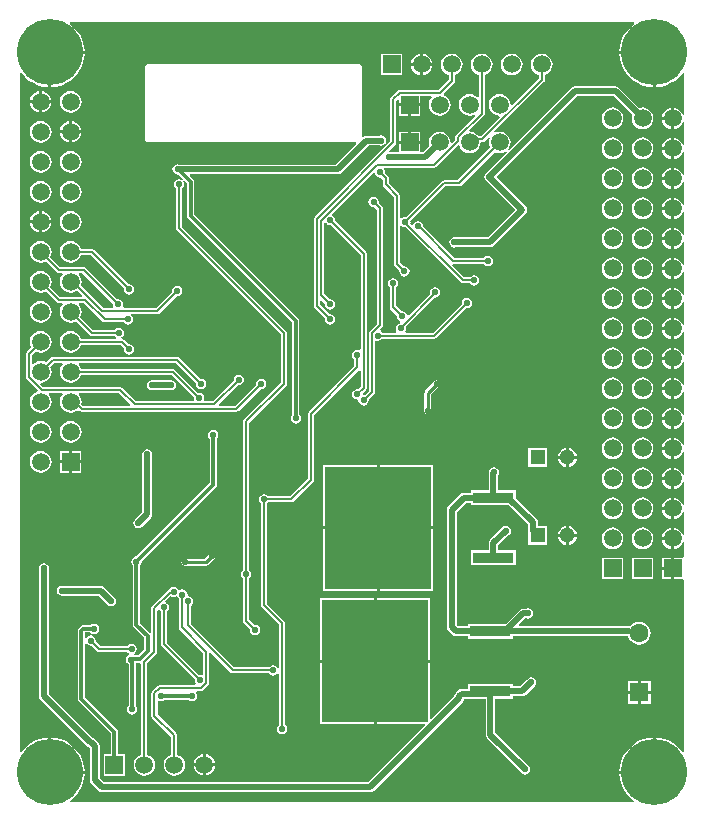
<source format=gbl>
G04*
G04 #@! TF.GenerationSoftware,Altium Limited,Altium Designer,20.1.12 (249)*
G04*
G04 Layer_Physical_Order=2*
G04 Layer_Color=16711680*
%FSLAX25Y25*%
%MOIN*%
G70*
G04*
G04 #@! TF.SameCoordinates,D1749837-0096-4F70-BC88-1939EB490A75*
G04*
G04*
G04 #@! TF.FilePolarity,Positive*
G04*
G01*
G75*
%ADD99C,0.02000*%
%ADD100C,0.01000*%
%ADD101C,0.00800*%
%ADD102C,0.01200*%
%ADD103C,0.05118*%
%ADD104R,0.05118X0.05118*%
%ADD105C,0.05906*%
%ADD106R,0.05906X0.05906*%
%ADD107R,0.05906X0.05906*%
%ADD108C,0.06299*%
%ADD109R,0.06299X0.06299*%
%ADD110C,0.22000*%
%ADD111C,0.02200*%
%ADD112R,0.13780X0.03740*%
%ADD113R,0.35433X0.40748*%
G36*
X331149Y362971D02*
X331284Y362489D01*
X331161Y362414D01*
X329772Y361228D01*
X328586Y359839D01*
X327632Y358283D01*
X326934Y356596D01*
X326507Y354820D01*
X326403Y353500D01*
X338000D01*
Y353000D01*
X338500D01*
Y341404D01*
X339820Y341507D01*
X341596Y341934D01*
X343283Y342632D01*
X344839Y343586D01*
X346228Y344772D01*
X347414Y346161D01*
X347489Y346284D01*
X347971Y346149D01*
X347971Y332230D01*
X347471Y332130D01*
X347182Y332827D01*
X346613Y333569D01*
X345870Y334139D01*
X345006Y334497D01*
X344579Y334553D01*
Y331035D01*
Y327518D01*
X345006Y327574D01*
X345870Y327932D01*
X346613Y328502D01*
X347182Y329244D01*
X347471Y329940D01*
X347971Y329841D01*
Y322230D01*
X347471Y322130D01*
X347182Y322827D01*
X346613Y323569D01*
X345870Y324139D01*
X345006Y324497D01*
X344579Y324553D01*
Y321035D01*
Y317518D01*
X345006Y317574D01*
X345870Y317932D01*
X346613Y318502D01*
X347182Y319244D01*
X347471Y319940D01*
X347971Y319841D01*
X347971Y312230D01*
X347471Y312130D01*
X347182Y312827D01*
X346613Y313569D01*
X345870Y314139D01*
X345006Y314497D01*
X344579Y314553D01*
Y311035D01*
Y307518D01*
X345006Y307574D01*
X345870Y307932D01*
X346613Y308502D01*
X347182Y309244D01*
X347471Y309940D01*
X347971Y309841D01*
Y302230D01*
X347471Y302130D01*
X347182Y302827D01*
X346613Y303569D01*
X345870Y304139D01*
X345006Y304497D01*
X344579Y304553D01*
Y301035D01*
Y297518D01*
X345006Y297574D01*
X345870Y297932D01*
X346613Y298502D01*
X347182Y299244D01*
X347471Y299940D01*
X347971Y299841D01*
X347971Y292230D01*
X347471Y292130D01*
X347182Y292827D01*
X346613Y293569D01*
X345870Y294139D01*
X345006Y294497D01*
X344579Y294553D01*
Y291035D01*
Y287518D01*
X345006Y287574D01*
X345870Y287932D01*
X346613Y288502D01*
X347182Y289244D01*
X347471Y289940D01*
X347971Y289841D01*
Y282230D01*
X347471Y282130D01*
X347182Y282827D01*
X346613Y283569D01*
X345870Y284139D01*
X345006Y284497D01*
X344579Y284553D01*
Y281035D01*
Y277518D01*
X345006Y277574D01*
X345870Y277932D01*
X346613Y278502D01*
X347182Y279244D01*
X347471Y279940D01*
X347971Y279841D01*
Y272230D01*
X347471Y272130D01*
X347182Y272827D01*
X346613Y273569D01*
X345870Y274139D01*
X345006Y274497D01*
X344579Y274553D01*
Y271035D01*
Y267518D01*
X345006Y267574D01*
X345870Y267932D01*
X346613Y268502D01*
X347182Y269244D01*
X347471Y269940D01*
X347971Y269841D01*
X347971Y262230D01*
X347471Y262130D01*
X347182Y262827D01*
X346613Y263569D01*
X345870Y264139D01*
X345006Y264497D01*
X344579Y264553D01*
Y261035D01*
Y257518D01*
X345006Y257574D01*
X345870Y257932D01*
X346613Y258502D01*
X347182Y259244D01*
X347471Y259940D01*
X347971Y259841D01*
Y252230D01*
X347471Y252131D01*
X347182Y252827D01*
X346613Y253569D01*
X345870Y254139D01*
X345006Y254497D01*
X344579Y254553D01*
Y251035D01*
Y247518D01*
X345006Y247574D01*
X345870Y247932D01*
X346613Y248502D01*
X347182Y249244D01*
X347471Y249940D01*
X347971Y249841D01*
X347971Y242230D01*
X347471Y242130D01*
X347182Y242827D01*
X346613Y243569D01*
X345870Y244139D01*
X345006Y244497D01*
X344579Y244553D01*
Y241035D01*
Y237518D01*
X345006Y237574D01*
X345870Y237932D01*
X346613Y238502D01*
X347182Y239244D01*
X347471Y239940D01*
X347971Y239841D01*
Y232230D01*
X347471Y232131D01*
X347182Y232827D01*
X346613Y233569D01*
X345870Y234139D01*
X345006Y234497D01*
X344579Y234553D01*
Y231035D01*
Y227518D01*
X345006Y227574D01*
X345870Y227932D01*
X346613Y228502D01*
X347182Y229244D01*
X347471Y229940D01*
X347971Y229841D01*
Y222230D01*
X347471Y222130D01*
X347182Y222827D01*
X346613Y223569D01*
X345870Y224139D01*
X345006Y224497D01*
X344579Y224553D01*
Y221035D01*
Y217518D01*
X345006Y217574D01*
X345870Y217932D01*
X346613Y218502D01*
X347182Y219244D01*
X347471Y219940D01*
X347971Y219841D01*
Y212230D01*
X347471Y212130D01*
X347182Y212827D01*
X346613Y213569D01*
X345870Y214139D01*
X345006Y214497D01*
X344579Y214553D01*
Y211035D01*
Y207518D01*
X345006Y207574D01*
X345870Y207932D01*
X346613Y208502D01*
X347182Y209244D01*
X347471Y209940D01*
X347971Y209841D01*
Y202230D01*
X347471Y202131D01*
X347182Y202827D01*
X346613Y203569D01*
X345870Y204139D01*
X345006Y204497D01*
X344579Y204553D01*
Y201035D01*
Y197518D01*
X345006Y197574D01*
X345870Y197932D01*
X346613Y198502D01*
X347182Y199244D01*
X347471Y199940D01*
X347971Y199841D01*
X347971Y192230D01*
X347471Y192130D01*
X347182Y192827D01*
X346613Y193569D01*
X345870Y194139D01*
X345006Y194497D01*
X344579Y194553D01*
Y191035D01*
Y187518D01*
X345006Y187574D01*
X345870Y187932D01*
X346613Y188502D01*
X347182Y189244D01*
X347471Y189940D01*
X347971Y189841D01*
Y184948D01*
X347632Y184588D01*
X347471Y184588D01*
X344579D01*
Y181035D01*
Y177483D01*
X347471D01*
X347971Y177123D01*
X347971Y119852D01*
X347489Y119716D01*
X347414Y119839D01*
X346228Y121228D01*
X344839Y122414D01*
X343283Y123368D01*
X341596Y124066D01*
X339820Y124493D01*
X338500Y124597D01*
Y113000D01*
X338000D01*
Y112500D01*
X326403D01*
X326507Y111180D01*
X326934Y109404D01*
X327632Y107717D01*
X328586Y106161D01*
X329772Y104772D01*
X331161Y103586D01*
X331284Y103511D01*
X331149Y103029D01*
X143351Y103029D01*
X143216Y103511D01*
X143339Y103586D01*
X144728Y104772D01*
X145914Y106161D01*
X146868Y107717D01*
X147566Y109404D01*
X147993Y111180D01*
X148097Y112500D01*
X136500D01*
Y113000D01*
X136000D01*
Y124597D01*
X134680Y124493D01*
X132904Y124066D01*
X131217Y123368D01*
X129661Y122414D01*
X128272Y121228D01*
X127086Y119839D01*
X127011Y119716D01*
X126529Y119851D01*
X126529Y346149D01*
X127011Y346284D01*
X127086Y346161D01*
X128272Y344772D01*
X129661Y343586D01*
X131217Y342632D01*
X132904Y341934D01*
X134680Y341507D01*
X136000Y341404D01*
Y353000D01*
X136500D01*
Y353500D01*
X148097D01*
X147993Y354820D01*
X147566Y356596D01*
X146868Y358283D01*
X145914Y359839D01*
X144728Y361228D01*
X143339Y362414D01*
X143216Y362489D01*
X143351Y362971D01*
X331149Y362971D01*
D02*
G37*
%LPC*%
G36*
X261000Y352518D02*
Y349500D01*
X264018D01*
X263961Y349927D01*
X263603Y350792D01*
X263034Y351534D01*
X262292Y352103D01*
X261427Y352461D01*
X261000Y352518D01*
D02*
G37*
G36*
X260000D02*
X259573Y352461D01*
X258708Y352103D01*
X257966Y351534D01*
X257397Y350792D01*
X257039Y349927D01*
X256982Y349500D01*
X260000D01*
Y352518D01*
D02*
G37*
G36*
X264018Y348500D02*
X261000D01*
Y345482D01*
X261427Y345539D01*
X262292Y345897D01*
X263034Y346466D01*
X263603Y347208D01*
X263961Y348073D01*
X264018Y348500D01*
D02*
G37*
G36*
X260000D02*
X256982D01*
X257039Y348073D01*
X257397Y347208D01*
X257966Y346466D01*
X258708Y345897D01*
X259573Y345539D01*
X260000Y345482D01*
Y348500D01*
D02*
G37*
G36*
X254053Y352553D02*
X246947D01*
Y345447D01*
X254053D01*
Y352553D01*
D02*
G37*
G36*
X290500Y352583D02*
X289573Y352461D01*
X288708Y352103D01*
X287966Y351534D01*
X287397Y350792D01*
X287039Y349927D01*
X286917Y349000D01*
X287039Y348073D01*
X287397Y347208D01*
X287966Y346466D01*
X288708Y345897D01*
X289573Y345539D01*
X290500Y345417D01*
X291427Y345539D01*
X292292Y345897D01*
X293034Y346466D01*
X293603Y347208D01*
X293961Y348073D01*
X294083Y349000D01*
X293961Y349927D01*
X293603Y350792D01*
X293034Y351534D01*
X292292Y352103D01*
X291427Y352461D01*
X290500Y352583D01*
D02*
G37*
G36*
X337500Y352500D02*
X326403D01*
X326507Y351180D01*
X326934Y349404D01*
X327632Y347717D01*
X328586Y346161D01*
X329772Y344772D01*
X331161Y343586D01*
X332717Y342632D01*
X334404Y341934D01*
X336180Y341507D01*
X337500Y341404D01*
Y352500D01*
D02*
G37*
G36*
X148097D02*
X137000D01*
Y341404D01*
X138320Y341507D01*
X140096Y341934D01*
X141783Y342632D01*
X143339Y343586D01*
X144728Y344772D01*
X145914Y346161D01*
X146868Y347717D01*
X147566Y349404D01*
X147993Y351180D01*
X148097Y352500D01*
D02*
G37*
G36*
X134000Y340018D02*
Y337000D01*
X137018D01*
X136961Y337427D01*
X136603Y338292D01*
X136034Y339034D01*
X135292Y339603D01*
X134427Y339961D01*
X134000Y340018D01*
D02*
G37*
G36*
X133000D02*
X132573Y339961D01*
X131708Y339603D01*
X130966Y339034D01*
X130397Y338292D01*
X130039Y337427D01*
X129982Y337000D01*
X133000D01*
Y340018D01*
D02*
G37*
G36*
X300500Y352583D02*
X299573Y352461D01*
X298708Y352103D01*
X297966Y351534D01*
X297397Y350792D01*
X297039Y349927D01*
X296917Y349000D01*
X297039Y348073D01*
X297397Y347208D01*
X297966Y346466D01*
X298708Y345897D01*
X299480Y345577D01*
Y344332D01*
X290530Y335382D01*
X290067Y335626D01*
X289961Y336427D01*
X289603Y337292D01*
X289034Y338034D01*
X288292Y338603D01*
X287427Y338961D01*
X286500Y339083D01*
X285573Y338961D01*
X284708Y338603D01*
X283966Y338034D01*
X283397Y337292D01*
X283039Y336427D01*
X282917Y335500D01*
X283039Y334573D01*
X283397Y333708D01*
X283966Y332966D01*
X284708Y332397D01*
X285573Y332039D01*
X286374Y331933D01*
X286618Y331470D01*
X280145Y324996D01*
X279446D01*
X279034Y325534D01*
X278292Y326103D01*
X277427Y326461D01*
X276626Y326567D01*
X276382Y327030D01*
X281174Y331822D01*
X281395Y332153D01*
X281472Y332543D01*
Y343263D01*
X281520Y343500D01*
Y345577D01*
X282292Y345897D01*
X283034Y346466D01*
X283603Y347208D01*
X283961Y348073D01*
X284083Y349000D01*
X283961Y349927D01*
X283603Y350792D01*
X283034Y351534D01*
X282292Y352103D01*
X281427Y352461D01*
X280500Y352583D01*
X279573Y352461D01*
X278708Y352103D01*
X277966Y351534D01*
X277397Y350792D01*
X277039Y349927D01*
X276917Y349000D01*
X277039Y348073D01*
X277397Y347208D01*
X277966Y346466D01*
X278708Y345897D01*
X279480Y345577D01*
Y343690D01*
X279433Y343453D01*
Y338266D01*
X278933Y338111D01*
X278292Y338603D01*
X277427Y338961D01*
X276500Y339083D01*
X275573Y338961D01*
X274708Y338603D01*
X273966Y338034D01*
X273397Y337292D01*
X273039Y336427D01*
X272917Y335500D01*
X273039Y334573D01*
X273397Y333708D01*
X273966Y332966D01*
X274708Y332397D01*
X275573Y332039D01*
X276500Y331917D01*
X277427Y332039D01*
X278063Y332302D01*
X278346Y331878D01*
X271826Y325358D01*
X271605Y325027D01*
X271528Y324637D01*
Y323880D01*
X270530Y322882D01*
X270067Y323126D01*
X269961Y323927D01*
X269603Y324792D01*
X269034Y325534D01*
X268292Y326103D01*
X267427Y326461D01*
X266500Y326583D01*
X265573Y326461D01*
X264708Y326103D01*
X263966Y325534D01*
X263397Y324792D01*
X263039Y323927D01*
X262917Y323000D01*
X263039Y322073D01*
X263105Y321912D01*
X260824Y319631D01*
X260053D01*
Y322500D01*
X252947D01*
Y319631D01*
X250012D01*
X249819Y319670D01*
X249654Y320212D01*
X251721Y322279D01*
X251942Y322610D01*
X252020Y323000D01*
Y336897D01*
X252485Y337363D01*
X252947Y337172D01*
Y336000D01*
X260053D01*
Y338433D01*
X263734D01*
X263889Y337933D01*
X263397Y337292D01*
X263039Y336427D01*
X262917Y335500D01*
X263039Y334573D01*
X263397Y333708D01*
X263966Y332966D01*
X264708Y332397D01*
X265573Y332039D01*
X266500Y331917D01*
X267427Y332039D01*
X268292Y332397D01*
X269034Y332966D01*
X269603Y333708D01*
X269961Y334573D01*
X270083Y335500D01*
X269961Y336427D01*
X269603Y337292D01*
X269034Y338034D01*
X268292Y338603D01*
X267910Y338761D01*
X267793Y339351D01*
X271221Y342779D01*
X271442Y343110D01*
X271520Y343500D01*
Y345577D01*
X272292Y345897D01*
X273034Y346466D01*
X273603Y347208D01*
X273961Y348073D01*
X274083Y349000D01*
X273961Y349927D01*
X273603Y350792D01*
X273034Y351534D01*
X272292Y352103D01*
X271427Y352461D01*
X270500Y352583D01*
X269573Y352461D01*
X268708Y352103D01*
X267966Y351534D01*
X267397Y350792D01*
X267039Y349927D01*
X266917Y349000D01*
X267039Y348073D01*
X267397Y347208D01*
X267966Y346466D01*
X268708Y345897D01*
X269480Y345577D01*
Y343922D01*
X266030Y340472D01*
X253133D01*
X252743Y340395D01*
X252412Y340174D01*
X250279Y338041D01*
X250058Y337710D01*
X249980Y337320D01*
Y323422D01*
X224779Y298221D01*
X224558Y297890D01*
X224480Y297500D01*
Y268500D01*
X224558Y268110D01*
X224779Y267779D01*
X228315Y264243D01*
X228267Y264000D01*
X228399Y263337D01*
X228774Y262774D01*
X229337Y262399D01*
X230000Y262267D01*
X230663Y262399D01*
X231226Y262774D01*
X231601Y263337D01*
X231733Y264000D01*
X231601Y264663D01*
X231226Y265226D01*
X230663Y265601D01*
X230000Y265733D01*
X229757Y265685D01*
X226520Y268922D01*
Y270385D01*
X226981Y270577D01*
X228315Y269243D01*
X228267Y269000D01*
X228399Y268337D01*
X228774Y267774D01*
X229337Y267399D01*
X230000Y267267D01*
X230663Y267399D01*
X231226Y267774D01*
X231601Y268337D01*
X231733Y269000D01*
X231601Y269663D01*
X231226Y270226D01*
X230663Y270601D01*
X230000Y270733D01*
X229757Y270685D01*
X227920Y272522D01*
Y296210D01*
X228139Y296283D01*
X228417Y296293D01*
X228420Y296291D01*
X228749Y295799D01*
X229311Y295424D01*
X229975Y295292D01*
X230218Y295340D01*
X240080Y285478D01*
Y254035D01*
X239580Y253781D01*
X239000Y253896D01*
X238337Y253764D01*
X237774Y253389D01*
X237399Y252826D01*
X237267Y252163D01*
X237399Y251500D01*
X237774Y250937D01*
X237980Y250800D01*
Y248422D01*
X222779Y233221D01*
X222558Y232890D01*
X222480Y232500D01*
Y210952D01*
X216547Y205020D01*
X209363D01*
X209226Y205226D01*
X208663Y205601D01*
X208000Y205733D01*
X207337Y205601D01*
X206774Y205226D01*
X206399Y204663D01*
X206267Y204000D01*
X206399Y203337D01*
X206774Y202774D01*
X206980Y202637D01*
Y168750D01*
X207058Y168360D01*
X207279Y168029D01*
X212980Y162328D01*
Y148021D01*
X212480Y147869D01*
X212257Y148203D01*
X211695Y148579D01*
X211031Y148711D01*
X210368Y148579D01*
X209806Y148203D01*
X209668Y147997D01*
X197945D01*
X183520Y162422D01*
Y168579D01*
X183812Y168774D01*
X184188Y169337D01*
X184320Y170000D01*
X184188Y170663D01*
X183812Y171226D01*
X183250Y171601D01*
X182802Y171690D01*
X182451Y172177D01*
X182468Y172265D01*
X182336Y172928D01*
X181960Y173491D01*
X181398Y173866D01*
X180735Y173998D01*
X180072Y173866D01*
X179923Y173767D01*
X179392Y173872D01*
X179017Y174434D01*
X178454Y174810D01*
X177791Y174942D01*
X177128Y174810D01*
X176565Y174434D01*
X176215Y173909D01*
X176080Y173882D01*
X175750Y173661D01*
X170583Y168494D01*
X170362Y168164D01*
X170284Y167773D01*
Y159799D01*
X169784Y159592D01*
X166629Y162747D01*
Y182013D01*
X166631Y182015D01*
X167007Y182577D01*
X167139Y183240D01*
X167138Y183243D01*
X191865Y207969D01*
X192130Y208366D01*
X192224Y208835D01*
Y224273D01*
X192226Y224274D01*
X192601Y224837D01*
X192733Y225500D01*
X192601Y226163D01*
X192226Y226726D01*
X191663Y227101D01*
X191000Y227233D01*
X190337Y227101D01*
X189774Y226726D01*
X189399Y226163D01*
X189267Y225500D01*
X189399Y224837D01*
X189774Y224274D01*
X189777Y224273D01*
Y209341D01*
X165408Y184973D01*
X165405Y184974D01*
X164742Y184842D01*
X164180Y184466D01*
X163804Y183904D01*
X163672Y183240D01*
X163804Y182577D01*
X164180Y182015D01*
X164182Y182013D01*
Y162240D01*
X164275Y161772D01*
X164540Y161375D01*
X168001Y157914D01*
Y153928D01*
X166023Y151950D01*
X164877D01*
X164681Y152184D01*
X164764Y152773D01*
X164988Y152923D01*
X165364Y153485D01*
X165496Y154148D01*
X165364Y154812D01*
X164988Y155374D01*
X164426Y155750D01*
X163762Y155882D01*
X163099Y155750D01*
X162537Y155374D01*
X162399Y155168D01*
X153297D01*
X151815Y156650D01*
X151863Y156893D01*
X151731Y157556D01*
X151356Y158118D01*
X150793Y158494D01*
X150130Y158626D01*
X149467Y158494D01*
X148904Y158118D01*
X148723Y157848D01*
X148223Y158000D01*
Y159652D01*
X150069D01*
X150070Y159650D01*
X150632Y159274D01*
X151296Y159142D01*
X151959Y159274D01*
X152521Y159650D01*
X152897Y160212D01*
X153029Y160875D01*
X152897Y161538D01*
X152521Y162101D01*
X151959Y162477D01*
X151296Y162608D01*
X150632Y162477D01*
X150070Y162101D01*
X150069Y162099D01*
X147703D01*
X147235Y162005D01*
X146838Y161740D01*
X146135Y161037D01*
X145870Y160640D01*
X145776Y160172D01*
Y137500D01*
X145870Y137032D01*
X146135Y136635D01*
X156776Y125993D01*
Y119053D01*
X154447D01*
Y111947D01*
X161553D01*
Y119053D01*
X159223D01*
Y126500D01*
X159130Y126968D01*
X158865Y127365D01*
X148223Y138007D01*
Y155786D01*
X148723Y155938D01*
X148904Y155667D01*
X149467Y155291D01*
X150130Y155159D01*
X150373Y155208D01*
X152153Y153427D01*
X152484Y153206D01*
X152874Y153129D01*
X162399D01*
X162537Y152923D01*
X162872Y152699D01*
X162901Y152549D01*
X162845Y152127D01*
X162404Y151832D01*
X162029Y151270D01*
X161897Y150606D01*
X162029Y149943D01*
X162404Y149381D01*
X162777Y149132D01*
Y135227D01*
X162774Y135226D01*
X162399Y134663D01*
X162267Y134000D01*
X162399Y133337D01*
X162774Y132774D01*
X163337Y132399D01*
X164000Y132267D01*
X164663Y132399D01*
X165226Y132774D01*
X165601Y133337D01*
X165733Y134000D01*
X165601Y134663D01*
X165226Y135226D01*
X165224Y135227D01*
Y149503D01*
X166530D01*
X166594Y149516D01*
X166980Y149199D01*
Y118923D01*
X166208Y118603D01*
X165466Y118034D01*
X164897Y117292D01*
X164539Y116427D01*
X164417Y115500D01*
X164539Y114573D01*
X164897Y113708D01*
X165466Y112966D01*
X166208Y112397D01*
X167073Y112039D01*
X168000Y111917D01*
X168927Y112039D01*
X169792Y112397D01*
X170534Y112966D01*
X171103Y113708D01*
X171461Y114573D01*
X171583Y115500D01*
X171461Y116427D01*
X171103Y117292D01*
X170534Y118034D01*
X169792Y118603D01*
X169020Y118923D01*
Y149512D01*
X172025Y152517D01*
X172246Y152848D01*
X172323Y153238D01*
Y166943D01*
X172512Y167080D01*
X173152Y166958D01*
X173274Y166774D01*
X173480Y166637D01*
Y155751D01*
X173558Y155361D01*
X173779Y155030D01*
X184856Y143954D01*
X184808Y143710D01*
X184939Y143047D01*
X185222Y142625D01*
X185022Y142125D01*
X173135D01*
X172745Y142047D01*
X172415Y141826D01*
X170679Y140091D01*
X170458Y139760D01*
X170380Y139370D01*
Y131926D01*
X170458Y131535D01*
X170679Y131205D01*
X176980Y124903D01*
Y118923D01*
X176208Y118603D01*
X175466Y118034D01*
X174897Y117292D01*
X174539Y116427D01*
X174417Y115500D01*
X174539Y114573D01*
X174897Y113708D01*
X175466Y112966D01*
X176208Y112397D01*
X177073Y112039D01*
X178000Y111917D01*
X178927Y112039D01*
X179792Y112397D01*
X180534Y112966D01*
X181103Y113708D01*
X181461Y114573D01*
X181583Y115500D01*
X181461Y116427D01*
X181103Y117292D01*
X180534Y118034D01*
X179792Y118603D01*
X179020Y118923D01*
Y125326D01*
X178942Y125716D01*
X178721Y126047D01*
X172420Y132348D01*
Y136628D01*
X172920Y136882D01*
X173500Y136767D01*
X174163Y136899D01*
X174726Y137274D01*
X174727Y137276D01*
X182773D01*
X182774Y137274D01*
X183337Y136899D01*
X184000Y136767D01*
X184663Y136899D01*
X185226Y137274D01*
X185601Y137837D01*
X185733Y138500D01*
X185601Y139163D01*
X185319Y139586D01*
X185518Y140086D01*
X186905D01*
X187295Y140163D01*
X187626Y140384D01*
X189362Y142120D01*
X189583Y142450D01*
X189660Y142841D01*
Y152691D01*
X190160Y152898D01*
X196801Y146257D01*
X197132Y146036D01*
X197522Y145958D01*
X209668D01*
X209806Y145752D01*
X210368Y145376D01*
X211031Y145244D01*
X211695Y145376D01*
X212257Y145752D01*
X212480Y146086D01*
X212980Y145935D01*
Y128863D01*
X212774Y128726D01*
X212399Y128163D01*
X212267Y127500D01*
X212399Y126837D01*
X212774Y126274D01*
X213337Y125899D01*
X214000Y125767D01*
X214663Y125899D01*
X215226Y126274D01*
X215601Y126837D01*
X215733Y127500D01*
X215601Y128163D01*
X215226Y128726D01*
X215020Y128863D01*
Y162750D01*
X214942Y163140D01*
X214721Y163471D01*
X209020Y169172D01*
Y202637D01*
X209226Y202774D01*
X209363Y202980D01*
X216970D01*
X217360Y203058D01*
X217691Y203279D01*
X224221Y209809D01*
X224442Y210140D01*
X224520Y210530D01*
Y232078D01*
X239580Y247139D01*
X240080Y246940D01*
Y241522D01*
X239243Y240685D01*
X239000Y240733D01*
X238337Y240601D01*
X237774Y240226D01*
X237399Y239663D01*
X237267Y239000D01*
X237399Y238337D01*
X237774Y237774D01*
X238337Y237399D01*
X238913Y237284D01*
X239082Y237178D01*
X239399Y236836D01*
X239499Y236337D01*
X239874Y235774D01*
X240437Y235399D01*
X241100Y235267D01*
X241763Y235399D01*
X242326Y235774D01*
X242701Y236337D01*
X242833Y237000D01*
X242785Y237243D01*
X244662Y239120D01*
X244883Y239451D01*
X244961Y239841D01*
Y256702D01*
X245461Y256956D01*
X246041Y256841D01*
X246705Y256973D01*
X247267Y257348D01*
X247405Y257555D01*
X264574D01*
X264964Y257632D01*
X265295Y257853D01*
X275257Y267815D01*
X275500Y267767D01*
X276163Y267899D01*
X276726Y268274D01*
X277101Y268837D01*
X277233Y269500D01*
X277101Y270163D01*
X276726Y270726D01*
X276163Y271101D01*
X275500Y271233D01*
X274837Y271101D01*
X274274Y270726D01*
X273899Y270163D01*
X273767Y269500D01*
X273815Y269257D01*
X264152Y259594D01*
X255206D01*
X254939Y260094D01*
X255101Y260337D01*
X255233Y261000D01*
X255141Y261462D01*
X264964Y271284D01*
X264988Y271279D01*
X265651Y271411D01*
X266213Y271786D01*
X266589Y272349D01*
X266721Y273012D01*
X266589Y273675D01*
X266213Y274238D01*
X265651Y274613D01*
X264988Y274745D01*
X264325Y274613D01*
X263762Y274238D01*
X263387Y273675D01*
X263255Y273012D01*
X263346Y272550D01*
X256169Y265373D01*
X255626Y265538D01*
X255601Y265663D01*
X255226Y266226D01*
X254663Y266601D01*
X254000Y266733D01*
X253757Y266685D01*
X252020Y268422D01*
Y274637D01*
X252226Y274774D01*
X252601Y275337D01*
X252733Y276000D01*
X252601Y276663D01*
X252226Y277226D01*
X251663Y277601D01*
X251000Y277733D01*
X250337Y277601D01*
X249774Y277226D01*
X249399Y276663D01*
X249267Y276000D01*
X249399Y275337D01*
X249774Y274774D01*
X249980Y274637D01*
Y268000D01*
X250058Y267610D01*
X250279Y267279D01*
X252315Y265243D01*
X252267Y265000D01*
X252399Y264337D01*
X252774Y263774D01*
X253337Y263399D01*
X253313Y262894D01*
X253165Y262667D01*
X252837Y262601D01*
X252274Y262226D01*
X251899Y261663D01*
X251767Y261000D01*
X251899Y260337D01*
X252061Y260094D01*
X251794Y259594D01*
X247405D01*
X247267Y259800D01*
X246775Y260128D01*
X246601Y260662D01*
X247321Y261382D01*
X247542Y261713D01*
X247620Y262103D01*
Y301021D01*
X247542Y301411D01*
X247321Y301742D01*
X246139Y302924D01*
X246187Y303167D01*
X246055Y303831D01*
X245680Y304393D01*
X245117Y304768D01*
X244454Y304901D01*
X243791Y304768D01*
X243228Y304393D01*
X242853Y303831D01*
X242721Y303167D01*
X242853Y302504D01*
X243228Y301942D01*
X243791Y301566D01*
X244454Y301434D01*
X244697Y301482D01*
X245580Y300599D01*
Y262525D01*
X243220Y260165D01*
X242999Y259834D01*
X242922Y259444D01*
Y240264D01*
X241411Y238753D01*
X240950Y238943D01*
X240885Y239443D01*
X241821Y240379D01*
X242042Y240710D01*
X242120Y241100D01*
Y285900D01*
X242042Y286290D01*
X241821Y286621D01*
X231660Y296782D01*
X231708Y297025D01*
X231576Y297688D01*
X231201Y298251D01*
X230708Y298580D01*
X230535Y299113D01*
X244284Y312862D01*
X244827Y312698D01*
X244899Y312337D01*
X245274Y311774D01*
X245837Y311399D01*
X246500Y311267D01*
X246743Y311315D01*
X247480Y310578D01*
Y309000D01*
X247558Y308610D01*
X247779Y308279D01*
X251284Y304774D01*
Y282423D01*
X251361Y282033D01*
X251582Y281702D01*
X253053Y280232D01*
X253004Y279989D01*
X253136Y279325D01*
X253512Y278763D01*
X254074Y278387D01*
X254737Y278255D01*
X255401Y278387D01*
X255963Y278763D01*
X256339Y279325D01*
X256471Y279989D01*
X256339Y280652D01*
X255963Y281214D01*
X255401Y281590D01*
X254737Y281722D01*
X254495Y281674D01*
X253323Y282845D01*
Y295079D01*
X253823Y295231D01*
X253832Y295216D01*
X254395Y294841D01*
X255058Y294709D01*
X255118Y294721D01*
X273559Y276279D01*
X273890Y276058D01*
X274280Y275980D01*
X276637D01*
X276774Y275774D01*
X277337Y275399D01*
X278000Y275267D01*
X278663Y275399D01*
X279226Y275774D01*
X279601Y276337D01*
X279733Y277000D01*
X279601Y277663D01*
X279226Y278226D01*
X278663Y278601D01*
X278000Y278733D01*
X277337Y278601D01*
X276774Y278226D01*
X276637Y278020D01*
X274703D01*
X270690Y282032D01*
X270936Y282493D01*
X271000Y282480D01*
X281137D01*
X281274Y282274D01*
X281837Y281899D01*
X282500Y281767D01*
X283163Y281899D01*
X283726Y282274D01*
X284101Y282837D01*
X284233Y283500D01*
X284101Y284163D01*
X283726Y284726D01*
X283163Y285101D01*
X282500Y285233D01*
X281837Y285101D01*
X281274Y284726D01*
X281137Y284520D01*
X271422D01*
X260976Y294966D01*
X260983Y295000D01*
X260851Y295663D01*
X260476Y296226D01*
X259913Y296601D01*
X259250Y296733D01*
X258587Y296601D01*
X258024Y296226D01*
X257696Y295734D01*
X257162Y295560D01*
X256707Y296016D01*
X256791Y296442D01*
X256743Y296685D01*
X268367Y308309D01*
X272828D01*
X273218Y308386D01*
X273549Y308607D01*
X284800Y319859D01*
X285573Y319539D01*
X286500Y319417D01*
X287427Y319539D01*
X288292Y319897D01*
X288680Y320194D01*
X289010Y319818D01*
X282230Y313038D01*
X281796Y312748D01*
X281420Y312185D01*
X281288Y311522D01*
X281420Y310859D01*
X281796Y310297D01*
X282230Y310006D01*
X291754Y300483D01*
X282554Y291283D01*
X271913D01*
X271400Y291384D01*
X270737Y291252D01*
X270174Y290877D01*
X269799Y290314D01*
X269667Y289651D01*
X269799Y288988D01*
X270174Y288425D01*
X270737Y288050D01*
X271400Y287918D01*
X271913Y288020D01*
X283229D01*
X283854Y288144D01*
X284383Y288498D01*
X295215Y299329D01*
X295568Y299858D01*
X295692Y300483D01*
X295568Y301107D01*
X295215Y301636D01*
X285329Y311522D01*
X312175Y338369D01*
X324438D01*
X330684Y332123D01*
X330617Y331963D01*
X330495Y331035D01*
X330617Y330108D01*
X330975Y329244D01*
X331545Y328502D01*
X332287Y327932D01*
X333151Y327574D01*
X334079Y327452D01*
X335006Y327574D01*
X335870Y327932D01*
X336613Y328502D01*
X337182Y329244D01*
X337540Y330108D01*
X337662Y331035D01*
X337540Y331963D01*
X337182Y332827D01*
X336613Y333569D01*
X335870Y334139D01*
X335006Y334497D01*
X334079Y334619D01*
X333151Y334497D01*
X332991Y334430D01*
X326268Y341154D01*
X325738Y341507D01*
X325114Y341631D01*
X311500D01*
X310875Y341507D01*
X310346Y341154D01*
X289682Y320490D01*
X289306Y320820D01*
X289603Y321208D01*
X289961Y322073D01*
X290083Y323000D01*
X289961Y323927D01*
X289603Y324792D01*
X289034Y325534D01*
X288292Y326103D01*
X287427Y326461D01*
X286500Y326583D01*
X285573Y326461D01*
X284937Y326198D01*
X284654Y326622D01*
X301221Y343189D01*
X301442Y343520D01*
X301520Y343910D01*
Y345577D01*
X302292Y345897D01*
X303034Y346466D01*
X303603Y347208D01*
X303961Y348073D01*
X304083Y349000D01*
X303961Y349927D01*
X303603Y350792D01*
X303034Y351534D01*
X302292Y352103D01*
X301427Y352461D01*
X300500Y352583D01*
D02*
G37*
G36*
X137018Y336000D02*
X134000D01*
Y332982D01*
X134427Y333039D01*
X135292Y333397D01*
X136034Y333966D01*
X136603Y334708D01*
X136961Y335573D01*
X137018Y336000D01*
D02*
G37*
G36*
X133000D02*
X129982D01*
X130039Y335573D01*
X130397Y334708D01*
X130966Y333966D01*
X131708Y333397D01*
X132573Y333039D01*
X133000Y332982D01*
Y336000D01*
D02*
G37*
G36*
X143500Y340083D02*
X142573Y339961D01*
X141708Y339603D01*
X140966Y339034D01*
X140397Y338292D01*
X140039Y337427D01*
X139917Y336500D01*
X140039Y335573D01*
X140397Y334708D01*
X140966Y333966D01*
X141708Y333397D01*
X142573Y333039D01*
X143500Y332917D01*
X144427Y333039D01*
X145292Y333397D01*
X146034Y333966D01*
X146603Y334708D01*
X146961Y335573D01*
X147083Y336500D01*
X146961Y337427D01*
X146603Y338292D01*
X146034Y339034D01*
X145292Y339603D01*
X144427Y339961D01*
X143500Y340083D01*
D02*
G37*
G36*
X260053Y335000D02*
X257000D01*
Y331947D01*
X260053D01*
Y335000D01*
D02*
G37*
G36*
X256000D02*
X252947D01*
Y331947D01*
X256000D01*
Y335000D01*
D02*
G37*
G36*
X343579Y334553D02*
X343151Y334497D01*
X342287Y334139D01*
X341545Y333569D01*
X340975Y332827D01*
X340617Y331963D01*
X340561Y331535D01*
X343579D01*
Y334553D01*
D02*
G37*
G36*
Y330535D02*
X340561D01*
X340617Y330108D01*
X340975Y329244D01*
X341545Y328502D01*
X342287Y327932D01*
X343151Y327574D01*
X343579Y327518D01*
Y330535D01*
D02*
G37*
G36*
X324079Y334619D02*
X323151Y334497D01*
X322287Y334139D01*
X321545Y333569D01*
X320975Y332827D01*
X320617Y331963D01*
X320495Y331035D01*
X320617Y330108D01*
X320975Y329244D01*
X321545Y328502D01*
X322287Y327932D01*
X323151Y327574D01*
X324079Y327452D01*
X325006Y327574D01*
X325870Y327932D01*
X326613Y328502D01*
X327182Y329244D01*
X327540Y330108D01*
X327662Y331035D01*
X327540Y331963D01*
X327182Y332827D01*
X326613Y333569D01*
X325870Y334139D01*
X325006Y334497D01*
X324079Y334619D01*
D02*
G37*
G36*
X144000Y330018D02*
Y327000D01*
X147018D01*
X146961Y327427D01*
X146603Y328292D01*
X146034Y329034D01*
X145292Y329603D01*
X144427Y329961D01*
X144000Y330018D01*
D02*
G37*
G36*
X143000D02*
X142573Y329961D01*
X141708Y329603D01*
X140966Y329034D01*
X140397Y328292D01*
X140039Y327427D01*
X139982Y327000D01*
X143000D01*
Y330018D01*
D02*
G37*
G36*
X260053Y326553D02*
X257000D01*
Y323500D01*
X260053D01*
Y326553D01*
D02*
G37*
G36*
X256000D02*
X252947D01*
Y323500D01*
X256000D01*
Y326553D01*
D02*
G37*
G36*
X147018Y326000D02*
X144000D01*
Y322982D01*
X144427Y323039D01*
X145292Y323397D01*
X146034Y323966D01*
X146603Y324708D01*
X146961Y325573D01*
X147018Y326000D01*
D02*
G37*
G36*
X143000D02*
X139982D01*
X140039Y325573D01*
X140397Y324708D01*
X140966Y323966D01*
X141708Y323397D01*
X142573Y323039D01*
X143000Y322982D01*
Y326000D01*
D02*
G37*
G36*
X133500Y330083D02*
X132573Y329961D01*
X131708Y329603D01*
X130966Y329034D01*
X130397Y328292D01*
X130039Y327427D01*
X129917Y326500D01*
X130039Y325573D01*
X130397Y324708D01*
X130966Y323966D01*
X131708Y323397D01*
X132573Y323039D01*
X133500Y322917D01*
X134427Y323039D01*
X135292Y323397D01*
X136034Y323966D01*
X136603Y324708D01*
X136961Y325573D01*
X137083Y326500D01*
X136961Y327427D01*
X136603Y328292D01*
X136034Y329034D01*
X135292Y329603D01*
X134427Y329961D01*
X133500Y330083D01*
D02*
G37*
G36*
X239898Y349138D02*
X169032D01*
X168572Y348947D01*
X168382Y348488D01*
Y323685D01*
X168572Y323226D01*
X169032Y323036D01*
X238551D01*
X238742Y322574D01*
X231780Y315612D01*
X179602D01*
X179090Y315714D01*
X178426Y315582D01*
X177864Y315206D01*
X177488Y314644D01*
X177356Y313981D01*
X177488Y313317D01*
X177864Y312755D01*
X178426Y312379D01*
X179090Y312247D01*
X179318Y312293D01*
X180900Y310710D01*
X180581Y310322D01*
X180467Y310398D01*
X180163Y310601D01*
X179500Y310733D01*
X178837Y310601D01*
X178274Y310226D01*
X177899Y309663D01*
X177767Y309000D01*
X177899Y308337D01*
X178274Y307774D01*
X178480Y307637D01*
Y294500D01*
X178558Y294110D01*
X178779Y293779D01*
X213480Y259078D01*
Y242922D01*
X201279Y230721D01*
X201058Y230390D01*
X200980Y230000D01*
Y180363D01*
X200774Y180226D01*
X200399Y179663D01*
X200267Y179000D01*
X200399Y178337D01*
X200774Y177774D01*
X200980Y177637D01*
Y163500D01*
X201058Y163110D01*
X201279Y162779D01*
X203315Y160743D01*
X203267Y160500D01*
X203399Y159837D01*
X203774Y159274D01*
X204337Y158899D01*
X205000Y158767D01*
X205663Y158899D01*
X206226Y159274D01*
X206601Y159837D01*
X206733Y160500D01*
X206601Y161163D01*
X206226Y161726D01*
X205663Y162101D01*
X205000Y162233D01*
X204757Y162185D01*
X203020Y163922D01*
Y177637D01*
X203226Y177774D01*
X203601Y178337D01*
X203733Y179000D01*
X203601Y179663D01*
X203226Y180226D01*
X203020Y180363D01*
Y229578D01*
X215221Y241779D01*
X215442Y242110D01*
X215520Y242500D01*
Y259500D01*
X215442Y259890D01*
X215221Y260221D01*
X180520Y294922D01*
Y307637D01*
X180726Y307774D01*
X181101Y308337D01*
X181233Y309000D01*
X181101Y309663D01*
X180898Y309967D01*
X180822Y310081D01*
X181210Y310400D01*
X182276Y309334D01*
Y298500D01*
X182370Y298032D01*
X182635Y297635D01*
X217277Y262993D01*
Y232200D01*
X217274Y232199D01*
X216899Y231637D01*
X216767Y230973D01*
X216899Y230310D01*
X217274Y229748D01*
X217837Y229372D01*
X218500Y229240D01*
X219163Y229372D01*
X219726Y229748D01*
X220101Y230310D01*
X220233Y230973D01*
X220101Y231637D01*
X219726Y232199D01*
X219724Y232200D01*
Y263500D01*
X219630Y263968D01*
X219365Y264365D01*
X184723Y299007D01*
Y309841D01*
X184630Y310309D01*
X184365Y310706D01*
X183184Y311887D01*
X183375Y312349D01*
X232456D01*
X233080Y312473D01*
X233610Y312827D01*
X242745Y321963D01*
X246407D01*
X246920Y321861D01*
X247583Y321993D01*
X248145Y322368D01*
X248521Y322931D01*
X248653Y323594D01*
X248521Y324257D01*
X248145Y324820D01*
X247583Y325195D01*
X246920Y325327D01*
X246407Y325225D01*
X242069D01*
X241445Y325101D01*
X241047Y324835D01*
X240547Y325027D01*
Y348488D01*
X240357Y348947D01*
X239898Y349138D01*
D02*
G37*
G36*
X343579Y324553D02*
X343151Y324497D01*
X342287Y324139D01*
X341545Y323569D01*
X340975Y322827D01*
X340617Y321963D01*
X340561Y321535D01*
X343579D01*
Y324553D01*
D02*
G37*
G36*
Y320535D02*
X340561D01*
X340617Y320108D01*
X340975Y319244D01*
X341545Y318502D01*
X342287Y317932D01*
X343151Y317574D01*
X343579Y317518D01*
Y320535D01*
D02*
G37*
G36*
X334079Y324619D02*
X333151Y324497D01*
X332287Y324139D01*
X331545Y323569D01*
X330975Y322827D01*
X330617Y321963D01*
X330495Y321035D01*
X330617Y320108D01*
X330975Y319244D01*
X331545Y318502D01*
X332287Y317932D01*
X333151Y317574D01*
X334079Y317452D01*
X335006Y317574D01*
X335870Y317932D01*
X336613Y318502D01*
X337182Y319244D01*
X337540Y320108D01*
X337662Y321035D01*
X337540Y321963D01*
X337182Y322827D01*
X336613Y323569D01*
X335870Y324139D01*
X335006Y324497D01*
X334079Y324619D01*
D02*
G37*
G36*
X324079D02*
X323151Y324497D01*
X322287Y324139D01*
X321545Y323569D01*
X320975Y322827D01*
X320617Y321963D01*
X320495Y321035D01*
X320617Y320108D01*
X320975Y319244D01*
X321545Y318502D01*
X322287Y317932D01*
X323151Y317574D01*
X324079Y317452D01*
X325006Y317574D01*
X325870Y317932D01*
X326613Y318502D01*
X327182Y319244D01*
X327540Y320108D01*
X327662Y321035D01*
X327540Y321963D01*
X327182Y322827D01*
X326613Y323569D01*
X325870Y324139D01*
X325006Y324497D01*
X324079Y324619D01*
D02*
G37*
G36*
X143500Y320083D02*
X142573Y319961D01*
X141708Y319603D01*
X140966Y319034D01*
X140397Y318292D01*
X140039Y317427D01*
X139917Y316500D01*
X140039Y315573D01*
X140397Y314708D01*
X140966Y313966D01*
X141708Y313397D01*
X142573Y313039D01*
X143500Y312917D01*
X144427Y313039D01*
X145292Y313397D01*
X146034Y313966D01*
X146603Y314708D01*
X146961Y315573D01*
X147083Y316500D01*
X146961Y317427D01*
X146603Y318292D01*
X146034Y319034D01*
X145292Y319603D01*
X144427Y319961D01*
X143500Y320083D01*
D02*
G37*
G36*
X133500D02*
X132573Y319961D01*
X131708Y319603D01*
X130966Y319034D01*
X130397Y318292D01*
X130039Y317427D01*
X129917Y316500D01*
X130039Y315573D01*
X130397Y314708D01*
X130966Y313966D01*
X131708Y313397D01*
X132573Y313039D01*
X133500Y312917D01*
X134427Y313039D01*
X135292Y313397D01*
X136034Y313966D01*
X136603Y314708D01*
X136961Y315573D01*
X137083Y316500D01*
X136961Y317427D01*
X136603Y318292D01*
X136034Y319034D01*
X135292Y319603D01*
X134427Y319961D01*
X133500Y320083D01*
D02*
G37*
G36*
X343579Y314553D02*
X343151Y314497D01*
X342287Y314139D01*
X341545Y313569D01*
X340975Y312827D01*
X340617Y311963D01*
X340561Y311535D01*
X343579D01*
Y314553D01*
D02*
G37*
G36*
Y310535D02*
X340561D01*
X340617Y310108D01*
X340975Y309244D01*
X341545Y308502D01*
X342287Y307932D01*
X343151Y307574D01*
X343579Y307518D01*
Y310535D01*
D02*
G37*
G36*
X334079Y314619D02*
X333151Y314497D01*
X332287Y314139D01*
X331545Y313569D01*
X330975Y312827D01*
X330617Y311963D01*
X330495Y311035D01*
X330617Y310108D01*
X330975Y309244D01*
X331545Y308502D01*
X332287Y307932D01*
X333151Y307574D01*
X334079Y307452D01*
X335006Y307574D01*
X335870Y307932D01*
X336613Y308502D01*
X337182Y309244D01*
X337540Y310108D01*
X337662Y311035D01*
X337540Y311963D01*
X337182Y312827D01*
X336613Y313569D01*
X335870Y314139D01*
X335006Y314497D01*
X334079Y314619D01*
D02*
G37*
G36*
X324079D02*
X323151Y314497D01*
X322287Y314139D01*
X321545Y313569D01*
X320975Y312827D01*
X320617Y311963D01*
X320495Y311035D01*
X320617Y310108D01*
X320975Y309244D01*
X321545Y308502D01*
X322287Y307932D01*
X323151Y307574D01*
X324079Y307452D01*
X325006Y307574D01*
X325870Y307932D01*
X326613Y308502D01*
X327182Y309244D01*
X327540Y310108D01*
X327662Y311035D01*
X327540Y311963D01*
X327182Y312827D01*
X326613Y313569D01*
X325870Y314139D01*
X325006Y314497D01*
X324079Y314619D01*
D02*
G37*
G36*
X143500Y310083D02*
X142573Y309961D01*
X141708Y309603D01*
X140966Y309034D01*
X140397Y308292D01*
X140039Y307427D01*
X139917Y306500D01*
X140039Y305573D01*
X140397Y304708D01*
X140966Y303966D01*
X141708Y303397D01*
X142573Y303039D01*
X143500Y302917D01*
X144427Y303039D01*
X145292Y303397D01*
X146034Y303966D01*
X146603Y304708D01*
X146961Y305573D01*
X147083Y306500D01*
X146961Y307427D01*
X146603Y308292D01*
X146034Y309034D01*
X145292Y309603D01*
X144427Y309961D01*
X143500Y310083D01*
D02*
G37*
G36*
X133500D02*
X132573Y309961D01*
X131708Y309603D01*
X130966Y309034D01*
X130397Y308292D01*
X130039Y307427D01*
X129917Y306500D01*
X130039Y305573D01*
X130397Y304708D01*
X130966Y303966D01*
X131708Y303397D01*
X132573Y303039D01*
X133500Y302917D01*
X134427Y303039D01*
X135292Y303397D01*
X136034Y303966D01*
X136603Y304708D01*
X136961Y305573D01*
X137083Y306500D01*
X136961Y307427D01*
X136603Y308292D01*
X136034Y309034D01*
X135292Y309603D01*
X134427Y309961D01*
X133500Y310083D01*
D02*
G37*
G36*
X343579Y304553D02*
X343151Y304497D01*
X342287Y304139D01*
X341545Y303569D01*
X340975Y302827D01*
X340617Y301963D01*
X340561Y301535D01*
X343579D01*
Y304553D01*
D02*
G37*
G36*
Y300535D02*
X340561D01*
X340617Y300108D01*
X340975Y299244D01*
X341545Y298502D01*
X342287Y297932D01*
X343151Y297574D01*
X343579Y297518D01*
Y300535D01*
D02*
G37*
G36*
X334079Y304619D02*
X333151Y304497D01*
X332287Y304139D01*
X331545Y303569D01*
X330975Y302827D01*
X330617Y301963D01*
X330495Y301035D01*
X330617Y300108D01*
X330975Y299244D01*
X331545Y298502D01*
X332287Y297932D01*
X333151Y297574D01*
X334079Y297452D01*
X335006Y297574D01*
X335870Y297932D01*
X336613Y298502D01*
X337182Y299244D01*
X337540Y300108D01*
X337662Y301035D01*
X337540Y301963D01*
X337182Y302827D01*
X336613Y303569D01*
X335870Y304139D01*
X335006Y304497D01*
X334079Y304619D01*
D02*
G37*
G36*
X324079D02*
X323151Y304497D01*
X322287Y304139D01*
X321545Y303569D01*
X320975Y302827D01*
X320617Y301963D01*
X320495Y301035D01*
X320617Y300108D01*
X320975Y299244D01*
X321545Y298502D01*
X322287Y297932D01*
X323151Y297574D01*
X324079Y297452D01*
X325006Y297574D01*
X325870Y297932D01*
X326613Y298502D01*
X327182Y299244D01*
X327540Y300108D01*
X327662Y301035D01*
X327540Y301963D01*
X327182Y302827D01*
X326613Y303569D01*
X325870Y304139D01*
X325006Y304497D01*
X324079Y304619D01*
D02*
G37*
G36*
X134000Y300018D02*
Y297000D01*
X137018D01*
X136961Y297427D01*
X136603Y298292D01*
X136034Y299034D01*
X135292Y299603D01*
X134427Y299961D01*
X134000Y300018D01*
D02*
G37*
G36*
X133000D02*
X132573Y299961D01*
X131708Y299603D01*
X130966Y299034D01*
X130397Y298292D01*
X130039Y297427D01*
X129982Y297000D01*
X133000D01*
Y300018D01*
D02*
G37*
G36*
X137018Y296000D02*
X134000D01*
Y292982D01*
X134427Y293039D01*
X135292Y293397D01*
X136034Y293966D01*
X136603Y294708D01*
X136961Y295573D01*
X137018Y296000D01*
D02*
G37*
G36*
X133000D02*
X129982D01*
X130039Y295573D01*
X130397Y294708D01*
X130966Y293966D01*
X131708Y293397D01*
X132573Y293039D01*
X133000Y292982D01*
Y296000D01*
D02*
G37*
G36*
X143500Y300083D02*
X142573Y299961D01*
X141708Y299603D01*
X140966Y299034D01*
X140397Y298292D01*
X140039Y297427D01*
X139917Y296500D01*
X140039Y295573D01*
X140397Y294708D01*
X140966Y293966D01*
X141708Y293397D01*
X142573Y293039D01*
X143500Y292917D01*
X144427Y293039D01*
X145292Y293397D01*
X146034Y293966D01*
X146603Y294708D01*
X146961Y295573D01*
X147083Y296500D01*
X146961Y297427D01*
X146603Y298292D01*
X146034Y299034D01*
X145292Y299603D01*
X144427Y299961D01*
X143500Y300083D01*
D02*
G37*
G36*
X343579Y294553D02*
X343151Y294497D01*
X342287Y294139D01*
X341545Y293569D01*
X340975Y292827D01*
X340617Y291963D01*
X340561Y291535D01*
X343579D01*
Y294553D01*
D02*
G37*
G36*
Y290535D02*
X340561D01*
X340617Y290108D01*
X340975Y289244D01*
X341545Y288502D01*
X342287Y287932D01*
X343151Y287574D01*
X343579Y287518D01*
Y290535D01*
D02*
G37*
G36*
X334079Y294619D02*
X333151Y294497D01*
X332287Y294139D01*
X331545Y293569D01*
X330975Y292827D01*
X330617Y291963D01*
X330495Y291035D01*
X330617Y290108D01*
X330975Y289244D01*
X331545Y288502D01*
X332287Y287932D01*
X333151Y287574D01*
X334079Y287452D01*
X335006Y287574D01*
X335870Y287932D01*
X336613Y288502D01*
X337182Y289244D01*
X337540Y290108D01*
X337662Y291035D01*
X337540Y291963D01*
X337182Y292827D01*
X336613Y293569D01*
X335870Y294139D01*
X335006Y294497D01*
X334079Y294619D01*
D02*
G37*
G36*
X324079D02*
X323151Y294497D01*
X322287Y294139D01*
X321545Y293569D01*
X320975Y292827D01*
X320617Y291963D01*
X320495Y291035D01*
X320617Y290108D01*
X320975Y289244D01*
X321545Y288502D01*
X322287Y287932D01*
X323151Y287574D01*
X324079Y287452D01*
X325006Y287574D01*
X325870Y287932D01*
X326613Y288502D01*
X327182Y289244D01*
X327540Y290108D01*
X327662Y291035D01*
X327540Y291963D01*
X327182Y292827D01*
X326613Y293569D01*
X325870Y294139D01*
X325006Y294497D01*
X324079Y294619D01*
D02*
G37*
G36*
X343579Y284553D02*
X343151Y284497D01*
X342287Y284139D01*
X341545Y283569D01*
X340975Y282827D01*
X340617Y281963D01*
X340561Y281535D01*
X343579D01*
Y284553D01*
D02*
G37*
G36*
Y280535D02*
X340561D01*
X340617Y280108D01*
X340975Y279244D01*
X341545Y278502D01*
X342287Y277932D01*
X343151Y277574D01*
X343579Y277518D01*
Y280535D01*
D02*
G37*
G36*
X334079Y284619D02*
X333151Y284497D01*
X332287Y284139D01*
X331545Y283569D01*
X330975Y282827D01*
X330617Y281963D01*
X330495Y281035D01*
X330617Y280108D01*
X330975Y279244D01*
X331545Y278502D01*
X332287Y277932D01*
X333151Y277574D01*
X334079Y277452D01*
X335006Y277574D01*
X335870Y277932D01*
X336613Y278502D01*
X337182Y279244D01*
X337540Y280108D01*
X337662Y281035D01*
X337540Y281963D01*
X337182Y282827D01*
X336613Y283569D01*
X335870Y284139D01*
X335006Y284497D01*
X334079Y284619D01*
D02*
G37*
G36*
X324079D02*
X323151Y284497D01*
X322287Y284139D01*
X321545Y283569D01*
X320975Y282827D01*
X320617Y281963D01*
X320495Y281035D01*
X320617Y280108D01*
X320975Y279244D01*
X321545Y278502D01*
X322287Y277932D01*
X323151Y277574D01*
X324079Y277452D01*
X325006Y277574D01*
X325870Y277932D01*
X326613Y278502D01*
X327182Y279244D01*
X327540Y280108D01*
X327662Y281035D01*
X327540Y281963D01*
X327182Y282827D01*
X326613Y283569D01*
X325870Y284139D01*
X325006Y284497D01*
X324079Y284619D01*
D02*
G37*
G36*
X143500Y290083D02*
X142573Y289961D01*
X141708Y289603D01*
X140966Y289034D01*
X140397Y288292D01*
X140039Y287427D01*
X139917Y286500D01*
X140039Y285573D01*
X140397Y284708D01*
X140966Y283966D01*
X141708Y283397D01*
X142573Y283039D01*
X143500Y282917D01*
X144427Y283039D01*
X145292Y283397D01*
X146034Y283966D01*
X146603Y284708D01*
X146923Y285480D01*
X150078D01*
X161315Y274243D01*
X161267Y274000D01*
X161399Y273337D01*
X161774Y272774D01*
X162337Y272399D01*
X163000Y272267D01*
X163663Y272399D01*
X164226Y272774D01*
X164601Y273337D01*
X164733Y274000D01*
X164601Y274663D01*
X164226Y275226D01*
X163663Y275601D01*
X163000Y275733D01*
X162757Y275685D01*
X151221Y287221D01*
X150890Y287442D01*
X150500Y287520D01*
X146923D01*
X146603Y288292D01*
X146034Y289034D01*
X145292Y289603D01*
X144427Y289961D01*
X143500Y290083D01*
D02*
G37*
G36*
X343579Y274553D02*
X343151Y274497D01*
X342287Y274139D01*
X341545Y273569D01*
X340975Y272827D01*
X340617Y271963D01*
X340561Y271535D01*
X343579D01*
Y274553D01*
D02*
G37*
G36*
X133500Y290083D02*
X132573Y289961D01*
X131708Y289603D01*
X130966Y289034D01*
X130397Y288292D01*
X130039Y287427D01*
X129917Y286500D01*
X130039Y285573D01*
X130397Y284708D01*
X130966Y283966D01*
X131708Y283397D01*
X132573Y283039D01*
X133500Y282917D01*
X134427Y283039D01*
X135200Y283359D01*
X138826Y279732D01*
X139157Y279511D01*
X139547Y279433D01*
X140734D01*
X140889Y278933D01*
X140397Y278292D01*
X140039Y277427D01*
X139917Y276500D01*
X140039Y275573D01*
X140397Y274708D01*
X140966Y273966D01*
X141708Y273397D01*
X142573Y273039D01*
X143500Y272917D01*
X144427Y273039D01*
X145292Y273397D01*
X145632Y273658D01*
X147355Y271934D01*
X147164Y271472D01*
X139970D01*
X136642Y274800D01*
X136961Y275573D01*
X137083Y276500D01*
X136961Y277427D01*
X136603Y278292D01*
X136034Y279034D01*
X135292Y279603D01*
X134427Y279961D01*
X133500Y280083D01*
X132573Y279961D01*
X131708Y279603D01*
X130966Y279034D01*
X130397Y278292D01*
X130039Y277427D01*
X129917Y276500D01*
X130039Y275573D01*
X130397Y274708D01*
X130966Y273966D01*
X131708Y273397D01*
X132573Y273039D01*
X133500Y272917D01*
X134427Y273039D01*
X135200Y273358D01*
X138826Y269732D01*
X139157Y269511D01*
X139547Y269433D01*
X140734D01*
X140889Y268933D01*
X140397Y268292D01*
X140039Y267427D01*
X139917Y266500D01*
X140039Y265573D01*
X140397Y264708D01*
X140966Y263966D01*
X141708Y263397D01*
X142573Y263039D01*
X143500Y262917D01*
X144427Y263039D01*
X145200Y263358D01*
X149779Y258779D01*
X150110Y258558D01*
X150500Y258480D01*
X158137D01*
X158274Y258274D01*
X158656Y258020D01*
X158504Y257520D01*
X146923D01*
X146603Y258292D01*
X146034Y259034D01*
X145292Y259603D01*
X144427Y259961D01*
X143500Y260083D01*
X142573Y259961D01*
X141708Y259603D01*
X140966Y259034D01*
X140397Y258292D01*
X140039Y257427D01*
X139917Y256500D01*
X140039Y255573D01*
X140397Y254708D01*
X140966Y253966D01*
X141708Y253397D01*
X142573Y253039D01*
X143500Y252917D01*
X144427Y253039D01*
X145292Y253397D01*
X146034Y253966D01*
X146603Y254708D01*
X146923Y255480D01*
X160078D01*
X161315Y254243D01*
X161267Y254000D01*
X161399Y253337D01*
X161774Y252774D01*
X162337Y252399D01*
X163000Y252267D01*
X163663Y252399D01*
X164226Y252774D01*
X164601Y253337D01*
X164733Y254000D01*
X164601Y254663D01*
X164226Y255226D01*
X163663Y255601D01*
X163000Y255733D01*
X162757Y255685D01*
X161221Y257221D01*
X160890Y257442D01*
X160500Y257520D01*
X160496D01*
X160344Y258020D01*
X160726Y258274D01*
X161101Y258837D01*
X161233Y259500D01*
X161101Y260163D01*
X160726Y260726D01*
X160163Y261101D01*
X159500Y261233D01*
X158837Y261101D01*
X158274Y260726D01*
X158137Y260520D01*
X150922D01*
X146642Y264800D01*
X146961Y265573D01*
X147083Y266500D01*
X146961Y267427D01*
X146603Y268292D01*
X146111Y268933D01*
X146266Y269433D01*
X147876D01*
X154030Y263279D01*
X154361Y263058D01*
X154751Y262980D01*
X161137D01*
X161274Y262774D01*
X161837Y262399D01*
X162500Y262267D01*
X163163Y262399D01*
X163726Y262774D01*
X164101Y263337D01*
X164233Y264000D01*
X164101Y264663D01*
X163726Y265226D01*
X163519Y265364D01*
X163671Y265864D01*
X172383D01*
X172773Y265941D01*
X173104Y266162D01*
X178757Y271815D01*
X179000Y271767D01*
X179663Y271899D01*
X180226Y272274D01*
X180601Y272837D01*
X180733Y273500D01*
X180601Y274163D01*
X180226Y274726D01*
X179663Y275101D01*
X179000Y275233D01*
X178337Y275101D01*
X177774Y274726D01*
X177399Y274163D01*
X177267Y273500D01*
X177315Y273257D01*
X171961Y267903D01*
X161162D01*
X160907Y268403D01*
X161023Y268983D01*
X160891Y269647D01*
X160515Y270209D01*
X159953Y270585D01*
X159290Y270717D01*
X159047Y270668D01*
X148541Y281174D01*
X148210Y281395D01*
X147820Y281472D01*
X139970D01*
X136642Y284800D01*
X136961Y285573D01*
X137083Y286500D01*
X136961Y287427D01*
X136603Y288292D01*
X136034Y289034D01*
X135292Y289603D01*
X134427Y289961D01*
X133500Y290083D01*
D02*
G37*
G36*
X343579Y270535D02*
X340561D01*
X340617Y270108D01*
X340975Y269244D01*
X341545Y268502D01*
X342287Y267932D01*
X343151Y267574D01*
X343579Y267518D01*
Y270535D01*
D02*
G37*
G36*
X334079Y274619D02*
X333151Y274497D01*
X332287Y274139D01*
X331545Y273569D01*
X330975Y272827D01*
X330617Y271963D01*
X330495Y271035D01*
X330617Y270108D01*
X330975Y269244D01*
X331545Y268502D01*
X332287Y267932D01*
X333151Y267574D01*
X334079Y267452D01*
X335006Y267574D01*
X335870Y267932D01*
X336613Y268502D01*
X337182Y269244D01*
X337540Y270108D01*
X337662Y271035D01*
X337540Y271963D01*
X337182Y272827D01*
X336613Y273569D01*
X335870Y274139D01*
X335006Y274497D01*
X334079Y274619D01*
D02*
G37*
G36*
X324079D02*
X323151Y274497D01*
X322287Y274139D01*
X321545Y273569D01*
X320975Y272827D01*
X320617Y271963D01*
X320495Y271035D01*
X320617Y270108D01*
X320975Y269244D01*
X321545Y268502D01*
X322287Y267932D01*
X323151Y267574D01*
X324079Y267452D01*
X325006Y267574D01*
X325870Y267932D01*
X326613Y268502D01*
X327182Y269244D01*
X327540Y270108D01*
X327662Y271035D01*
X327540Y271963D01*
X327182Y272827D01*
X326613Y273569D01*
X325870Y274139D01*
X325006Y274497D01*
X324079Y274619D01*
D02*
G37*
G36*
X133500Y270083D02*
X132573Y269961D01*
X131708Y269603D01*
X130966Y269034D01*
X130397Y268292D01*
X130039Y267427D01*
X129917Y266500D01*
X130039Y265573D01*
X130397Y264708D01*
X130966Y263966D01*
X131708Y263397D01*
X132573Y263039D01*
X133500Y262917D01*
X134427Y263039D01*
X135292Y263397D01*
X136034Y263966D01*
X136603Y264708D01*
X136961Y265573D01*
X137083Y266500D01*
X136961Y267427D01*
X136603Y268292D01*
X136034Y269034D01*
X135292Y269603D01*
X134427Y269961D01*
X133500Y270083D01*
D02*
G37*
G36*
X343579Y264553D02*
X343151Y264497D01*
X342287Y264139D01*
X341545Y263569D01*
X340975Y262827D01*
X340617Y261963D01*
X340561Y261535D01*
X343579D01*
Y264553D01*
D02*
G37*
G36*
Y260535D02*
X340561D01*
X340617Y260108D01*
X340975Y259244D01*
X341545Y258502D01*
X342287Y257932D01*
X343151Y257574D01*
X343579Y257518D01*
Y260535D01*
D02*
G37*
G36*
X334079Y264619D02*
X333151Y264497D01*
X332287Y264139D01*
X331545Y263569D01*
X330975Y262827D01*
X330617Y261963D01*
X330495Y261035D01*
X330617Y260108D01*
X330975Y259244D01*
X331545Y258502D01*
X332287Y257932D01*
X333151Y257574D01*
X334079Y257452D01*
X335006Y257574D01*
X335870Y257932D01*
X336613Y258502D01*
X337182Y259244D01*
X337540Y260108D01*
X337662Y261035D01*
X337540Y261963D01*
X337182Y262827D01*
X336613Y263569D01*
X335870Y264139D01*
X335006Y264497D01*
X334079Y264619D01*
D02*
G37*
G36*
X324079D02*
X323151Y264497D01*
X322287Y264139D01*
X321545Y263569D01*
X320975Y262827D01*
X320617Y261963D01*
X320495Y261035D01*
X320617Y260108D01*
X320975Y259244D01*
X321545Y258502D01*
X322287Y257932D01*
X323151Y257574D01*
X324079Y257452D01*
X325006Y257574D01*
X325870Y257932D01*
X326613Y258502D01*
X327182Y259244D01*
X327540Y260108D01*
X327662Y261035D01*
X327540Y261963D01*
X327182Y262827D01*
X326613Y263569D01*
X325870Y264139D01*
X325006Y264497D01*
X324079Y264619D01*
D02*
G37*
G36*
X133500Y260083D02*
X132573Y259961D01*
X131708Y259603D01*
X130966Y259034D01*
X130397Y258292D01*
X130039Y257427D01*
X129917Y256500D01*
X130039Y255573D01*
X130359Y254800D01*
X128826Y253268D01*
X128605Y252937D01*
X128528Y252547D01*
Y244863D01*
X128605Y244473D01*
X128826Y244142D01*
X132545Y240423D01*
X132380Y239881D01*
X131708Y239603D01*
X130966Y239034D01*
X130397Y238292D01*
X130039Y237427D01*
X129917Y236500D01*
X130039Y235573D01*
X130397Y234708D01*
X130966Y233966D01*
X131708Y233397D01*
X132573Y233039D01*
X133500Y232917D01*
X134427Y233039D01*
X135292Y233397D01*
X136034Y233966D01*
X136603Y234708D01*
X136961Y235573D01*
X137083Y236500D01*
X136961Y237427D01*
X136603Y238292D01*
X136111Y238933D01*
X136266Y239433D01*
X140734D01*
X140889Y238933D01*
X140397Y238292D01*
X140039Y237427D01*
X139917Y236500D01*
X140039Y235573D01*
X140397Y234708D01*
X140966Y233966D01*
X141708Y233397D01*
X142573Y233039D01*
X143500Y232917D01*
X144427Y233039D01*
X145292Y233397D01*
X145978Y233923D01*
X146387Y233514D01*
X146718Y233293D01*
X147108Y233215D01*
X198735D01*
X199125Y233293D01*
X199456Y233514D01*
X206757Y240815D01*
X207000Y240767D01*
X207663Y240899D01*
X208226Y241274D01*
X208601Y241837D01*
X208733Y242500D01*
X208601Y243163D01*
X208226Y243726D01*
X207663Y244101D01*
X207000Y244233D01*
X206337Y244101D01*
X205774Y243726D01*
X205399Y243163D01*
X205267Y242500D01*
X205315Y242257D01*
X198313Y235255D01*
X192991D01*
X192800Y235716D01*
X199257Y242173D01*
X199500Y242125D01*
X200163Y242257D01*
X200726Y242633D01*
X201101Y243195D01*
X201233Y243858D01*
X201101Y244522D01*
X200726Y245084D01*
X200163Y245460D01*
X199500Y245592D01*
X198837Y245460D01*
X198274Y245084D01*
X197899Y244522D01*
X197767Y243858D01*
X197815Y243615D01*
X190854Y236654D01*
X188137D01*
X187883Y237155D01*
X187998Y237735D01*
X187866Y238398D01*
X187491Y238961D01*
X186928Y239336D01*
X186265Y239468D01*
X186022Y239420D01*
X178221Y247221D01*
X177890Y247442D01*
X177500Y247520D01*
X146923D01*
X146603Y248292D01*
X146111Y248933D01*
X146266Y249433D01*
X178625D01*
X185315Y242743D01*
X185267Y242500D01*
X185399Y241837D01*
X185774Y241274D01*
X186337Y240899D01*
X187000Y240767D01*
X187663Y240899D01*
X188226Y241274D01*
X188601Y241837D01*
X188733Y242500D01*
X188601Y243163D01*
X188226Y243726D01*
X187663Y244101D01*
X187000Y244233D01*
X186757Y244185D01*
X179768Y251174D01*
X179437Y251395D01*
X179047Y251472D01*
X137453D01*
X137063Y251395D01*
X136732Y251174D01*
X135200Y249641D01*
X134427Y249961D01*
X133500Y250083D01*
X132573Y249961D01*
X131708Y249603D01*
X131067Y249111D01*
X130567Y249266D01*
Y252125D01*
X131800Y253359D01*
X132573Y253039D01*
X133500Y252917D01*
X134427Y253039D01*
X135292Y253397D01*
X136034Y253966D01*
X136603Y254708D01*
X136961Y255573D01*
X137083Y256500D01*
X136961Y257427D01*
X136603Y258292D01*
X136034Y259034D01*
X135292Y259603D01*
X134427Y259961D01*
X133500Y260083D01*
D02*
G37*
G36*
X343579Y254553D02*
X343151Y254497D01*
X342287Y254139D01*
X341545Y253569D01*
X340975Y252827D01*
X340617Y251963D01*
X340561Y251535D01*
X343579D01*
Y254553D01*
D02*
G37*
G36*
Y250535D02*
X340561D01*
X340617Y250108D01*
X340975Y249244D01*
X341545Y248502D01*
X342287Y247932D01*
X343151Y247574D01*
X343579Y247518D01*
Y250535D01*
D02*
G37*
G36*
X334079Y254619D02*
X333151Y254497D01*
X332287Y254139D01*
X331545Y253569D01*
X330975Y252827D01*
X330617Y251963D01*
X330495Y251035D01*
X330617Y250108D01*
X330975Y249244D01*
X331545Y248502D01*
X332287Y247932D01*
X333151Y247574D01*
X334079Y247452D01*
X335006Y247574D01*
X335870Y247932D01*
X336613Y248502D01*
X337182Y249244D01*
X337540Y250108D01*
X337662Y251035D01*
X337540Y251963D01*
X337182Y252827D01*
X336613Y253569D01*
X335870Y254139D01*
X335006Y254497D01*
X334079Y254619D01*
D02*
G37*
G36*
X324079D02*
X323151Y254497D01*
X322287Y254139D01*
X321545Y253569D01*
X320975Y252827D01*
X320617Y251963D01*
X320495Y251035D01*
X320617Y250108D01*
X320975Y249244D01*
X321545Y248502D01*
X322287Y247932D01*
X323151Y247574D01*
X324079Y247452D01*
X325006Y247574D01*
X325870Y247932D01*
X326613Y248502D01*
X327182Y249244D01*
X327540Y250108D01*
X327662Y251035D01*
X327540Y251963D01*
X327182Y252827D01*
X326613Y253569D01*
X325870Y254139D01*
X325006Y254497D01*
X324079Y254619D01*
D02*
G37*
G36*
X343579Y244553D02*
X343151Y244497D01*
X342287Y244139D01*
X341545Y243569D01*
X340975Y242827D01*
X340617Y241963D01*
X340561Y241535D01*
X343579D01*
Y244553D01*
D02*
G37*
G36*
Y240535D02*
X340561D01*
X340617Y240108D01*
X340975Y239244D01*
X341545Y238502D01*
X342287Y237932D01*
X343151Y237574D01*
X343579Y237518D01*
Y240535D01*
D02*
G37*
G36*
X334079Y244619D02*
X333151Y244497D01*
X332287Y244139D01*
X331545Y243569D01*
X330975Y242827D01*
X330617Y241963D01*
X330495Y241035D01*
X330617Y240108D01*
X330975Y239244D01*
X331545Y238502D01*
X332287Y237932D01*
X333151Y237574D01*
X334079Y237452D01*
X335006Y237574D01*
X335870Y237932D01*
X336613Y238502D01*
X337182Y239244D01*
X337540Y240108D01*
X337662Y241035D01*
X337540Y241963D01*
X337182Y242827D01*
X336613Y243569D01*
X335870Y244139D01*
X335006Y244497D01*
X334079Y244619D01*
D02*
G37*
G36*
X324079D02*
X323151Y244497D01*
X322287Y244139D01*
X321545Y243569D01*
X320975Y242827D01*
X320617Y241963D01*
X320495Y241035D01*
X320617Y240108D01*
X320975Y239244D01*
X321545Y238502D01*
X322287Y237932D01*
X323151Y237574D01*
X324079Y237452D01*
X325006Y237574D01*
X325870Y237932D01*
X326613Y238502D01*
X327182Y239244D01*
X327540Y240108D01*
X327662Y241035D01*
X327540Y241963D01*
X327182Y242827D01*
X326613Y243569D01*
X325870Y244139D01*
X325006Y244497D01*
X324079Y244619D01*
D02*
G37*
G36*
X265500Y243622D02*
X265071Y243536D01*
X264707Y243293D01*
X261707Y240293D01*
X261464Y239929D01*
X261378Y239500D01*
X261379Y239500D01*
Y233500D01*
X261464Y233071D01*
X261707Y232707D01*
X262071Y232464D01*
X262500Y232379D01*
X262929Y232464D01*
X263293Y232707D01*
X263536Y233071D01*
X263621Y233500D01*
Y239035D01*
X266293Y241707D01*
X266536Y242071D01*
X266622Y242500D01*
X266536Y242929D01*
X266293Y243293D01*
X265929Y243536D01*
X265500Y243622D01*
D02*
G37*
G36*
X343579Y234553D02*
X343151Y234497D01*
X342287Y234139D01*
X341545Y233569D01*
X340975Y232827D01*
X340617Y231963D01*
X340561Y231535D01*
X343579D01*
Y234553D01*
D02*
G37*
G36*
Y230535D02*
X340561D01*
X340617Y230108D01*
X340975Y229244D01*
X341545Y228502D01*
X342287Y227932D01*
X343151Y227574D01*
X343579Y227518D01*
Y230535D01*
D02*
G37*
G36*
X334079Y234619D02*
X333151Y234497D01*
X332287Y234139D01*
X331545Y233569D01*
X330975Y232827D01*
X330617Y231963D01*
X330495Y231035D01*
X330617Y230108D01*
X330975Y229244D01*
X331545Y228502D01*
X332287Y227932D01*
X333151Y227574D01*
X334079Y227452D01*
X335006Y227574D01*
X335870Y227932D01*
X336613Y228502D01*
X337182Y229244D01*
X337540Y230108D01*
X337662Y231035D01*
X337540Y231963D01*
X337182Y232827D01*
X336613Y233569D01*
X335870Y234139D01*
X335006Y234497D01*
X334079Y234619D01*
D02*
G37*
G36*
X324079D02*
X323151Y234497D01*
X322287Y234139D01*
X321545Y233569D01*
X320975Y232827D01*
X320617Y231963D01*
X320495Y231035D01*
X320617Y230108D01*
X320975Y229244D01*
X321545Y228502D01*
X322287Y227932D01*
X323151Y227574D01*
X324079Y227452D01*
X325006Y227574D01*
X325870Y227932D01*
X326613Y228502D01*
X327182Y229244D01*
X327540Y230108D01*
X327662Y231035D01*
X327540Y231963D01*
X327182Y232827D01*
X326613Y233569D01*
X325870Y234139D01*
X325006Y234497D01*
X324079Y234619D01*
D02*
G37*
G36*
X143500Y230083D02*
X142573Y229961D01*
X141708Y229603D01*
X140966Y229034D01*
X140397Y228292D01*
X140039Y227427D01*
X139917Y226500D01*
X140039Y225573D01*
X140397Y224708D01*
X140966Y223966D01*
X141708Y223397D01*
X142573Y223039D01*
X143500Y222917D01*
X144427Y223039D01*
X145292Y223397D01*
X146034Y223966D01*
X146603Y224708D01*
X146961Y225573D01*
X147083Y226500D01*
X146961Y227427D01*
X146603Y228292D01*
X146034Y229034D01*
X145292Y229603D01*
X144427Y229961D01*
X143500Y230083D01*
D02*
G37*
G36*
X133500D02*
X132573Y229961D01*
X131708Y229603D01*
X130966Y229034D01*
X130397Y228292D01*
X130039Y227427D01*
X129917Y226500D01*
X130039Y225573D01*
X130397Y224708D01*
X130966Y223966D01*
X131708Y223397D01*
X132573Y223039D01*
X133500Y222917D01*
X134427Y223039D01*
X135292Y223397D01*
X136034Y223966D01*
X136603Y224708D01*
X136961Y225573D01*
X137083Y226500D01*
X136961Y227427D01*
X136603Y228292D01*
X136034Y229034D01*
X135292Y229603D01*
X134427Y229961D01*
X133500Y230083D01*
D02*
G37*
G36*
X343579Y224553D02*
X343151Y224497D01*
X342287Y224139D01*
X341545Y223569D01*
X340975Y222827D01*
X340617Y221963D01*
X340561Y221535D01*
X343579D01*
Y224553D01*
D02*
G37*
G36*
X309500Y221121D02*
Y218500D01*
X312121D01*
X312078Y218825D01*
X311759Y219593D01*
X311253Y220253D01*
X310593Y220759D01*
X309825Y221078D01*
X309500Y221121D01*
D02*
G37*
G36*
X308500D02*
X308175Y221078D01*
X307407Y220759D01*
X306747Y220253D01*
X306241Y219593D01*
X305922Y218825D01*
X305879Y218500D01*
X308500D01*
Y221121D01*
D02*
G37*
G36*
X343579Y220535D02*
X340561D01*
X340617Y220108D01*
X340975Y219244D01*
X341545Y218502D01*
X342287Y217932D01*
X343151Y217574D01*
X343579Y217518D01*
Y220535D01*
D02*
G37*
G36*
X334079Y224619D02*
X333151Y224497D01*
X332287Y224139D01*
X331545Y223569D01*
X330975Y222827D01*
X330617Y221963D01*
X330495Y221035D01*
X330617Y220108D01*
X330975Y219244D01*
X331545Y218502D01*
X332287Y217932D01*
X333151Y217574D01*
X334079Y217452D01*
X335006Y217574D01*
X335870Y217932D01*
X336613Y218502D01*
X337182Y219244D01*
X337540Y220108D01*
X337662Y221035D01*
X337540Y221963D01*
X337182Y222827D01*
X336613Y223569D01*
X335870Y224139D01*
X335006Y224497D01*
X334079Y224619D01*
D02*
G37*
G36*
X324079D02*
X323151Y224497D01*
X322287Y224139D01*
X321545Y223569D01*
X320975Y222827D01*
X320617Y221963D01*
X320495Y221035D01*
X320617Y220108D01*
X320975Y219244D01*
X321545Y218502D01*
X322287Y217932D01*
X323151Y217574D01*
X324079Y217452D01*
X325006Y217574D01*
X325870Y217932D01*
X326613Y218502D01*
X327182Y219244D01*
X327540Y220108D01*
X327662Y221035D01*
X327540Y221963D01*
X327182Y222827D01*
X326613Y223569D01*
X325870Y224139D01*
X325006Y224497D01*
X324079Y224619D01*
D02*
G37*
G36*
X147053Y220053D02*
X144000D01*
Y217000D01*
X147053D01*
Y220053D01*
D02*
G37*
G36*
X143000D02*
X139947D01*
Y217000D01*
X143000D01*
Y220053D01*
D02*
G37*
G36*
X312121Y217500D02*
X309500D01*
Y214879D01*
X309825Y214922D01*
X310593Y215241D01*
X311253Y215747D01*
X311759Y216407D01*
X312078Y217175D01*
X312121Y217500D01*
D02*
G37*
G36*
X308500D02*
X305879D01*
X305922Y217175D01*
X306241Y216407D01*
X306747Y215747D01*
X307407Y215241D01*
X308175Y214922D01*
X308500Y214879D01*
Y217500D01*
D02*
G37*
G36*
X302316Y221159D02*
X295998D01*
Y214841D01*
X302316D01*
Y221159D01*
D02*
G37*
G36*
X147053Y216000D02*
X144000D01*
Y212947D01*
X147053D01*
Y216000D01*
D02*
G37*
G36*
X143000D02*
X139947D01*
Y212947D01*
X143000D01*
Y216000D01*
D02*
G37*
G36*
X133500Y220083D02*
X132573Y219961D01*
X131708Y219603D01*
X130966Y219034D01*
X130397Y218292D01*
X130039Y217427D01*
X129917Y216500D01*
X130039Y215573D01*
X130397Y214708D01*
X130966Y213966D01*
X131708Y213397D01*
X132573Y213039D01*
X133500Y212917D01*
X134427Y213039D01*
X135292Y213397D01*
X136034Y213966D01*
X136603Y214708D01*
X136961Y215573D01*
X137083Y216500D01*
X136961Y217427D01*
X136603Y218292D01*
X136034Y219034D01*
X135292Y219603D01*
X134427Y219961D01*
X133500Y220083D01*
D02*
G37*
G36*
X343579Y214553D02*
X343151Y214497D01*
X342287Y214139D01*
X341545Y213569D01*
X340975Y212827D01*
X340617Y211963D01*
X340561Y211535D01*
X343579D01*
Y214553D01*
D02*
G37*
G36*
Y210535D02*
X340561D01*
X340617Y210108D01*
X340975Y209244D01*
X341545Y208502D01*
X342287Y207932D01*
X343151Y207574D01*
X343579Y207518D01*
Y210535D01*
D02*
G37*
G36*
X334079Y214619D02*
X333151Y214497D01*
X332287Y214139D01*
X331545Y213569D01*
X330975Y212827D01*
X330617Y211963D01*
X330495Y211035D01*
X330617Y210108D01*
X330975Y209244D01*
X331545Y208502D01*
X332287Y207932D01*
X333151Y207574D01*
X334079Y207452D01*
X335006Y207574D01*
X335870Y207932D01*
X336613Y208502D01*
X337182Y209244D01*
X337540Y210108D01*
X337662Y211035D01*
X337540Y211963D01*
X337182Y212827D01*
X336613Y213569D01*
X335870Y214139D01*
X335006Y214497D01*
X334079Y214619D01*
D02*
G37*
G36*
X324079D02*
X323151Y214497D01*
X322287Y214139D01*
X321545Y213569D01*
X320975Y212827D01*
X320617Y211963D01*
X320495Y211035D01*
X320617Y210108D01*
X320975Y209244D01*
X321545Y208502D01*
X322287Y207932D01*
X323151Y207574D01*
X324079Y207452D01*
X325006Y207574D01*
X325870Y207932D01*
X326613Y208502D01*
X327182Y209244D01*
X327540Y210108D01*
X327662Y211035D01*
X327540Y211963D01*
X327182Y212827D01*
X326613Y213569D01*
X325870Y214139D01*
X325006Y214497D01*
X324079Y214619D01*
D02*
G37*
G36*
X343579Y204553D02*
X343151Y204497D01*
X342287Y204139D01*
X341545Y203569D01*
X340975Y202827D01*
X340617Y201963D01*
X340561Y201535D01*
X343579D01*
Y204553D01*
D02*
G37*
G36*
Y200535D02*
X340561D01*
X340617Y200108D01*
X340975Y199244D01*
X341545Y198502D01*
X342287Y197932D01*
X343151Y197574D01*
X343579Y197518D01*
Y200535D01*
D02*
G37*
G36*
X334079Y204619D02*
X333151Y204497D01*
X332287Y204139D01*
X331545Y203569D01*
X330975Y202827D01*
X330617Y201963D01*
X330495Y201035D01*
X330617Y200108D01*
X330975Y199244D01*
X331545Y198502D01*
X332287Y197932D01*
X333151Y197574D01*
X334079Y197452D01*
X335006Y197574D01*
X335870Y197932D01*
X336613Y198502D01*
X337182Y199244D01*
X337540Y200108D01*
X337662Y201035D01*
X337540Y201963D01*
X337182Y202827D01*
X336613Y203569D01*
X335870Y204139D01*
X335006Y204497D01*
X334079Y204619D01*
D02*
G37*
G36*
X324079D02*
X323151Y204497D01*
X322287Y204139D01*
X321545Y203569D01*
X320975Y202827D01*
X320617Y201963D01*
X320495Y201035D01*
X320617Y200108D01*
X320975Y199244D01*
X321545Y198502D01*
X322287Y197932D01*
X323151Y197574D01*
X324079Y197452D01*
X325006Y197574D01*
X325870Y197932D01*
X326613Y198502D01*
X327182Y199244D01*
X327540Y200108D01*
X327662Y201035D01*
X327540Y201963D01*
X327182Y202827D01*
X326613Y203569D01*
X325870Y204139D01*
X325006Y204497D01*
X324079Y204619D01*
D02*
G37*
G36*
X264317Y215474D02*
X246500D01*
Y195000D01*
X264317D01*
Y215474D01*
D02*
G37*
G36*
X245500D02*
X227683D01*
Y195000D01*
X245500D01*
Y215474D01*
D02*
G37*
G36*
X169000Y220631D02*
X168376Y220507D01*
X167847Y220153D01*
X167493Y219624D01*
X167369Y219000D01*
Y199676D01*
X164847Y197153D01*
X164493Y196624D01*
X164369Y196000D01*
X164493Y195376D01*
X164847Y194846D01*
X165376Y194493D01*
X166000Y194369D01*
X166624Y194493D01*
X167154Y194846D01*
X170153Y197846D01*
X170507Y198376D01*
X170631Y199000D01*
Y219000D01*
X170507Y219624D01*
X170153Y220153D01*
X169624Y220507D01*
X169000Y220631D01*
D02*
G37*
G36*
X309500Y195121D02*
Y192500D01*
X312121D01*
X312078Y192825D01*
X311759Y193593D01*
X311253Y194253D01*
X310593Y194759D01*
X309825Y195078D01*
X309500Y195121D01*
D02*
G37*
G36*
X308500D02*
X308175Y195078D01*
X307407Y194759D01*
X306747Y194253D01*
X306241Y193593D01*
X305922Y192825D01*
X305879Y192500D01*
X308500D01*
Y195121D01*
D02*
G37*
G36*
X343579Y194553D02*
X343151Y194497D01*
X342287Y194139D01*
X341545Y193569D01*
X340975Y192827D01*
X340617Y191963D01*
X340561Y191535D01*
X343579D01*
Y194553D01*
D02*
G37*
G36*
X312121Y191500D02*
X309500D01*
Y188880D01*
X309825Y188922D01*
X310593Y189241D01*
X311253Y189747D01*
X311759Y190407D01*
X312078Y191175D01*
X312121Y191500D01*
D02*
G37*
G36*
X308500D02*
X305879D01*
X305922Y191175D01*
X306241Y190407D01*
X306747Y189747D01*
X307407Y189241D01*
X308175Y188922D01*
X308500Y188880D01*
Y191500D01*
D02*
G37*
G36*
X284500Y214733D02*
X283837Y214601D01*
X283274Y214226D01*
X282899Y213663D01*
X282767Y213000D01*
X282777Y212947D01*
X282754Y212832D01*
Y206970D01*
X276896D01*
Y206131D01*
X274500D01*
X273876Y206007D01*
X273346Y205654D01*
X269346Y201654D01*
X268993Y201124D01*
X268869Y200500D01*
Y161500D01*
X268993Y160876D01*
X269346Y160346D01*
X270847Y158846D01*
X271376Y158493D01*
X272000Y158369D01*
X275896D01*
Y157530D01*
X290876D01*
Y158369D01*
X329346D01*
X329347Y158364D01*
X329725Y157451D01*
X330326Y156668D01*
X331109Y156067D01*
X332021Y155689D01*
X333000Y155561D01*
X333979Y155689D01*
X334891Y156067D01*
X335674Y156668D01*
X336275Y157451D01*
X336653Y158364D01*
X336782Y159343D01*
X336653Y160321D01*
X336275Y161233D01*
X335674Y162017D01*
X334891Y162618D01*
X333979Y162996D01*
X333000Y163125D01*
X332021Y162996D01*
X331109Y162618D01*
X330326Y162017D01*
X329957Y161536D01*
X329479Y161631D01*
X292997D01*
X292806Y162093D01*
X295043Y164330D01*
X295680D01*
X296000Y164267D01*
X296663Y164399D01*
X297226Y164774D01*
X297601Y165337D01*
X297733Y166000D01*
X297601Y166663D01*
X297226Y167226D01*
X296663Y167601D01*
X296000Y167733D01*
X295337Y167601D01*
X295324Y167593D01*
X294367D01*
X293743Y167469D01*
X293214Y167115D01*
X288568Y162470D01*
X275896D01*
Y161631D01*
X272676D01*
X272131Y162176D01*
Y199824D01*
X275176Y202869D01*
X276896D01*
Y202030D01*
X289568D01*
X295967Y195631D01*
Y193559D01*
X295998Y193401D01*
Y188841D01*
X302316D01*
Y195159D01*
X299230D01*
Y196307D01*
X299106Y196931D01*
X298752Y197461D01*
X291876Y204337D01*
Y206970D01*
X286017D01*
Y212211D01*
X286101Y212337D01*
X286233Y213000D01*
X286101Y213663D01*
X285726Y214226D01*
X285163Y214601D01*
X284500Y214733D01*
D02*
G37*
G36*
X343579Y190535D02*
X340561D01*
X340617Y190108D01*
X340975Y189244D01*
X341545Y188502D01*
X342287Y187932D01*
X343151Y187574D01*
X343579Y187518D01*
Y190535D01*
D02*
G37*
G36*
X334079Y194619D02*
X333151Y194497D01*
X332287Y194139D01*
X331545Y193569D01*
X330975Y192827D01*
X330617Y191963D01*
X330495Y191035D01*
X330617Y190108D01*
X330975Y189244D01*
X331545Y188502D01*
X332287Y187932D01*
X333151Y187574D01*
X334079Y187452D01*
X335006Y187574D01*
X335870Y187932D01*
X336613Y188502D01*
X337182Y189244D01*
X337540Y190108D01*
X337662Y191035D01*
X337540Y191963D01*
X337182Y192827D01*
X336613Y193569D01*
X335870Y194139D01*
X335006Y194497D01*
X334079Y194619D01*
D02*
G37*
G36*
X324079D02*
X323151Y194497D01*
X322287Y194139D01*
X321545Y193569D01*
X320975Y192827D01*
X320617Y191963D01*
X320495Y191035D01*
X320617Y190108D01*
X320975Y189244D01*
X321545Y188502D01*
X322287Y187932D01*
X323151Y187574D01*
X324079Y187452D01*
X325006Y187574D01*
X325870Y187932D01*
X326613Y188502D01*
X327182Y189244D01*
X327540Y190108D01*
X327662Y191035D01*
X327540Y191963D01*
X327182Y192827D01*
X326613Y193569D01*
X325870Y194139D01*
X325006Y194497D01*
X324079Y194619D01*
D02*
G37*
G36*
X288500Y195233D02*
X287837Y195101D01*
X287274Y194726D01*
X286984Y194291D01*
X283232Y190539D01*
X282879Y190010D01*
X282754Y189386D01*
Y186970D01*
X276896D01*
Y182030D01*
X291876D01*
Y186970D01*
X286017D01*
Y188710D01*
X289291Y191984D01*
X289726Y192274D01*
X290101Y192837D01*
X290233Y193500D01*
X290101Y194163D01*
X289726Y194726D01*
X289163Y195101D01*
X288500Y195233D01*
D02*
G37*
G36*
X190500Y186122D02*
X190071Y186036D01*
X189707Y185793D01*
X188035Y184122D01*
X181500D01*
X181071Y184036D01*
X180707Y183793D01*
X180464Y183429D01*
X180378Y183000D01*
X180464Y182571D01*
X180707Y182207D01*
X181071Y181964D01*
X181500Y181878D01*
X188500D01*
X188500Y181878D01*
X188929Y181964D01*
X189293Y182207D01*
X191293Y184207D01*
X191536Y184571D01*
X191622Y185000D01*
X191536Y185429D01*
X191293Y185793D01*
X190929Y186036D01*
X190500Y186122D01*
D02*
G37*
G36*
X343579Y184588D02*
X340526D01*
Y181535D01*
X343579D01*
Y184588D01*
D02*
G37*
G36*
Y180535D02*
X340526D01*
Y177483D01*
X343579D01*
Y180535D01*
D02*
G37*
G36*
X337632Y184588D02*
X330526D01*
Y177483D01*
X337632D01*
Y184588D01*
D02*
G37*
G36*
X327631D02*
X320526D01*
Y177483D01*
X327631D01*
Y184588D01*
D02*
G37*
G36*
X264317Y194000D02*
X246500D01*
Y173526D01*
X264317D01*
Y194000D01*
D02*
G37*
G36*
X245500D02*
X227683D01*
Y173526D01*
X245500D01*
Y194000D01*
D02*
G37*
G36*
X153500Y175131D02*
X140500D01*
X139876Y175007D01*
X139347Y174653D01*
X138993Y174124D01*
X138869Y173500D01*
X138993Y172876D01*
X139347Y172346D01*
X139876Y171993D01*
X140500Y171869D01*
X152824D01*
X155847Y168846D01*
X156376Y168493D01*
X157000Y168369D01*
X157624Y168493D01*
X158153Y168846D01*
X158507Y169376D01*
X158631Y170000D01*
X158507Y170624D01*
X158153Y171153D01*
X154654Y174653D01*
X154124Y175007D01*
X153500Y175131D01*
D02*
G37*
G36*
X263316Y170974D02*
X245500D01*
Y150500D01*
X263316D01*
Y170974D01*
D02*
G37*
G36*
X244500D02*
X226683D01*
Y150500D01*
X244500D01*
Y170974D01*
D02*
G37*
G36*
X336750Y143407D02*
X333500D01*
Y140157D01*
X336750D01*
Y143407D01*
D02*
G37*
G36*
X332500D02*
X329250D01*
Y140157D01*
X332500D01*
Y143407D01*
D02*
G37*
G36*
X336750Y139157D02*
X333500D01*
Y135908D01*
X336750D01*
Y139157D01*
D02*
G37*
G36*
X332500D02*
X329250D01*
Y135908D01*
X332500D01*
Y139157D01*
D02*
G37*
G36*
X244500Y149500D02*
X226683D01*
Y129026D01*
X244500D01*
Y149500D01*
D02*
G37*
G36*
X188500Y119018D02*
Y116000D01*
X191518D01*
X191461Y116427D01*
X191103Y117292D01*
X190534Y118034D01*
X189792Y118603D01*
X188927Y118961D01*
X188500Y119018D01*
D02*
G37*
G36*
X187500D02*
X187073Y118961D01*
X186208Y118603D01*
X185466Y118034D01*
X184897Y117292D01*
X184539Y116427D01*
X184482Y116000D01*
X187500D01*
Y119018D01*
D02*
G37*
G36*
X337500Y124597D02*
X336180Y124493D01*
X334404Y124066D01*
X332717Y123368D01*
X331161Y122414D01*
X329772Y121228D01*
X328586Y119839D01*
X327632Y118283D01*
X326934Y116596D01*
X326507Y114820D01*
X326403Y113500D01*
X337500D01*
Y124597D01*
D02*
G37*
G36*
X137000D02*
Y113500D01*
X148097D01*
X147993Y114820D01*
X147566Y116596D01*
X146868Y118283D01*
X145914Y119839D01*
X144728Y121228D01*
X143339Y122414D01*
X141783Y123368D01*
X140096Y124066D01*
X138320Y124493D01*
X137000Y124597D01*
D02*
G37*
G36*
X134500Y182733D02*
X133837Y182601D01*
X133274Y182226D01*
X132899Y181663D01*
X132767Y181000D01*
X132869Y180488D01*
Y138500D01*
X132993Y137876D01*
X133346Y137346D01*
X148846Y121846D01*
X149376Y121493D01*
X149566Y121455D01*
X149869Y121153D01*
Y110500D01*
X149993Y109876D01*
X150347Y109346D01*
X152847Y106846D01*
X153376Y106493D01*
X154000Y106369D01*
X243353D01*
X243978Y106493D01*
X244507Y106846D01*
X274153Y136493D01*
X274507Y137022D01*
X274602Y137499D01*
X281754D01*
Y125614D01*
X281879Y124990D01*
X282232Y124461D01*
X293484Y113209D01*
X293774Y112774D01*
X294337Y112399D01*
X295000Y112267D01*
X295663Y112399D01*
X296226Y112774D01*
X296601Y113337D01*
X296733Y114000D01*
X296601Y114663D01*
X296226Y115226D01*
X295791Y115516D01*
X285017Y126290D01*
Y137530D01*
X290876D01*
Y138369D01*
X294000D01*
X294624Y138493D01*
X295153Y138847D01*
X297791Y141484D01*
X298226Y141774D01*
X298601Y142337D01*
X298733Y143000D01*
X298601Y143663D01*
X298226Y144226D01*
X297663Y144601D01*
X297000Y144733D01*
X296337Y144601D01*
X295774Y144226D01*
X295484Y143791D01*
X293324Y141631D01*
X290876D01*
Y142470D01*
X275896D01*
Y140761D01*
X273801D01*
X273177Y140637D01*
X272648Y140284D01*
X271847Y139482D01*
X271493Y138953D01*
X271369Y138328D01*
Y138322D01*
X263778Y130732D01*
X263316Y130924D01*
Y149500D01*
X245500D01*
Y129026D01*
X261419D01*
X261610Y128564D01*
X242678Y109631D01*
X154676D01*
X153131Y111176D01*
Y121828D01*
X153007Y122453D01*
X152654Y122982D01*
X151482Y124153D01*
X150953Y124507D01*
X150762Y124545D01*
X136131Y139176D01*
Y180488D01*
X136233Y181000D01*
X136101Y181663D01*
X135726Y182226D01*
X135163Y182601D01*
X134500Y182733D01*
D02*
G37*
G36*
X191518Y115000D02*
X188500D01*
Y111982D01*
X188927Y112039D01*
X189792Y112397D01*
X190534Y112966D01*
X191103Y113708D01*
X191461Y114573D01*
X191518Y115000D01*
D02*
G37*
G36*
X187500D02*
X184482D01*
X184539Y114573D01*
X184897Y113708D01*
X185466Y112966D01*
X186208Y112397D01*
X187073Y112039D01*
X187500Y111982D01*
Y115000D01*
D02*
G37*
%LPD*%
G36*
X283302Y324563D02*
X283039Y323927D01*
X282917Y323000D01*
X283039Y322073D01*
X283359Y321300D01*
X272406Y310348D01*
X267944D01*
X267554Y310270D01*
X267223Y310049D01*
X255301Y298127D01*
X255058Y298175D01*
X254395Y298043D01*
X253832Y297668D01*
X253823Y297653D01*
X253323Y297805D01*
Y305197D01*
X253245Y305587D01*
X253024Y305918D01*
X249519Y309422D01*
Y311000D01*
X249442Y311390D01*
X249221Y311721D01*
X248185Y312757D01*
X248233Y313000D01*
X248101Y313663D01*
X247823Y314080D01*
X248026Y314580D01*
X264690D01*
X265080Y314658D01*
X265411Y314879D01*
X272577Y322045D01*
X273119Y321880D01*
X273397Y321208D01*
X273966Y320466D01*
X274708Y319897D01*
X275573Y319539D01*
X276500Y319417D01*
X277427Y319539D01*
X278292Y319897D01*
X279034Y320466D01*
X279603Y321208D01*
X279961Y322073D01*
X280078Y322957D01*
X280567D01*
X280957Y323035D01*
X281288Y323256D01*
X282878Y324846D01*
X283302Y324563D01*
D02*
G37*
G36*
X177128Y171607D02*
X177791Y171475D01*
X178454Y171607D01*
X178603Y171706D01*
X179134Y171602D01*
X179467Y171103D01*
Y161307D01*
X179545Y160916D01*
X179766Y160586D01*
X187621Y152730D01*
Y145583D01*
X187121Y145328D01*
X186541Y145444D01*
X186298Y145396D01*
X175520Y156174D01*
Y166637D01*
X175726Y166774D01*
X176101Y167337D01*
X176233Y168000D01*
X176101Y168663D01*
X175726Y169226D01*
X175234Y169554D01*
X175060Y170088D01*
X176799Y171827D01*
X177128Y171607D01*
D02*
G37*
G36*
X157605Y269226D02*
X157556Y268983D01*
X157672Y268403D01*
X157417Y267903D01*
X154270D01*
X146856Y275318D01*
X146961Y275573D01*
X147083Y276500D01*
X146961Y277427D01*
X146603Y278292D01*
X146111Y278933D01*
X146266Y279433D01*
X147398D01*
X157605Y269226D01*
D02*
G37*
G36*
X140889Y248933D02*
X140397Y248292D01*
X140039Y247427D01*
X139917Y246500D01*
X140039Y245573D01*
X140397Y244708D01*
X140966Y243966D01*
X141708Y243397D01*
X142573Y243039D01*
X143500Y242917D01*
X144427Y243039D01*
X145292Y243397D01*
X146034Y243966D01*
X146603Y244708D01*
X146923Y245480D01*
X177078D01*
X184580Y237978D01*
X184532Y237735D01*
X184647Y237155D01*
X184393Y236654D01*
X165259D01*
X160740Y241174D01*
X160409Y241395D01*
X160019Y241472D01*
X134379D01*
X133382Y242470D01*
X133626Y242933D01*
X134427Y243039D01*
X135292Y243397D01*
X136034Y243966D01*
X136603Y244708D01*
X136961Y245573D01*
X137083Y246500D01*
X136961Y247427D01*
X136642Y248200D01*
X137875Y249433D01*
X140734D01*
X140889Y248933D01*
D02*
G37*
G36*
X163313Y235716D02*
X163122Y235255D01*
X147530D01*
X146991Y235794D01*
X147083Y236500D01*
X146961Y237427D01*
X146603Y238292D01*
X146111Y238933D01*
X146266Y239433D01*
X159596D01*
X163313Y235716D01*
D02*
G37*
%LPC*%
G36*
X177000Y243631D02*
X170500D01*
X169876Y243507D01*
X169346Y243154D01*
X168993Y242624D01*
X168869Y242000D01*
X168993Y241376D01*
X169346Y240846D01*
X169876Y240493D01*
X170500Y240369D01*
X177000D01*
X177624Y240493D01*
X178154Y240846D01*
X178507Y241376D01*
X178631Y242000D01*
X178507Y242624D01*
X178154Y243154D01*
X177624Y243507D01*
X177000Y243631D01*
D02*
G37*
%LPD*%
D99*
X325114Y340000D02*
X334079Y331035D01*
X311500Y340000D02*
X325114D01*
X283022Y311522D02*
X311500Y340000D01*
X284386Y204500D02*
X289405D01*
X297598Y196307D01*
Y193559D02*
Y196307D01*
Y193559D02*
X299158Y192000D01*
X288405Y160000D02*
X329479D01*
X140500Y173500D02*
X153500D01*
X157000Y170000D01*
X271400Y289651D02*
X283229D01*
X154000Y108000D02*
X243353D01*
X150000Y123000D02*
X150328D01*
X151500Y121828D01*
Y110500D02*
Y121828D01*
Y110500D02*
X154000Y108000D01*
X134500Y138500D02*
X150000Y123000D01*
X134500Y138500D02*
Y181000D01*
X283386Y125614D02*
Y140000D01*
X179090Y313981D02*
X179360D01*
X232456D01*
X170500Y242000D02*
X177000D01*
X169000Y199000D02*
Y219000D01*
X166000Y196000D02*
X169000Y199000D01*
X242069Y323594D02*
X246920D01*
X232456Y313981D02*
X242069Y323594D01*
X249500Y318000D02*
X261500D01*
X266500Y323000D01*
X273000Y138328D02*
X273801Y139130D01*
X282516D01*
X283386Y140000D01*
X273000Y137647D02*
Y138328D01*
X243353Y108000D02*
X273000Y137647D01*
X283229Y289651D02*
X294061Y300483D01*
X283022Y311522D02*
X294061Y300483D01*
X284386Y189386D02*
X288500Y193500D01*
X284386Y184500D02*
Y189386D01*
X284500Y212946D02*
Y213000D01*
X284386Y212832D02*
X284500Y212946D01*
X284386Y204500D02*
Y212832D01*
X274500Y204500D02*
X284386D01*
X270500Y200500D02*
X274500Y204500D01*
X270500Y161500D02*
Y200500D01*
X272000Y160000D02*
X283386D01*
X270500Y161500D02*
X272000Y160000D01*
X283386D02*
X288405D01*
X294367Y165962D01*
X295962D01*
X296000Y166000D01*
X283386Y140000D02*
X294000D01*
X297000Y143000D01*
X283386Y125614D02*
X295000Y114000D01*
D100*
X262500Y239500D02*
X265500Y242500D01*
X262500Y233500D02*
Y239500D01*
X181500Y183000D02*
X188500D01*
X190500Y185000D01*
D101*
X229975Y297025D02*
X241100Y285900D01*
Y241100D02*
Y285900D01*
X243941Y239841D02*
Y259444D01*
X241100Y237000D02*
X243941Y239841D01*
X239000Y239000D02*
X241100Y241100D01*
X264574Y258574D02*
X275500Y269500D01*
X246041Y258574D02*
X264574D01*
X259250Y295000D02*
X259500D01*
X271000Y283500D02*
X282500D01*
X259500Y295000D02*
X271000Y283500D01*
X255058Y296222D02*
X274280Y277000D01*
X255058Y296222D02*
Y296442D01*
X274280Y277000D02*
X278000D01*
X266453Y339453D02*
X270500Y343500D01*
Y349000D01*
X280453Y343453D02*
X280500Y343500D01*
Y349512D01*
X272547Y324637D02*
X280453Y332543D01*
Y343453D01*
X300500Y343910D02*
Y349000D01*
X280567Y323977D02*
X300500Y343910D01*
X277477Y323977D02*
X280567D01*
X276500Y323000D02*
X277477Y323977D01*
X179500Y294500D02*
X214500Y259500D01*
X179500Y294500D02*
Y309000D01*
X152874Y154148D02*
X163762D01*
X174500Y155751D02*
Y168000D01*
X171303Y153238D02*
Y167773D01*
X176470Y172940D01*
X174500Y155751D02*
X186541Y143710D01*
X168000Y149934D02*
X171303Y153238D01*
X176470Y172940D02*
X177523D01*
X177791Y173208D01*
X180487Y161307D02*
Y172017D01*
X188641Y142841D02*
Y153153D01*
X180487Y161307D02*
X188641Y153153D01*
X197522Y146978D02*
X211031D01*
X182500Y162000D02*
X197522Y146978D01*
X182500Y162000D02*
Y169913D01*
X225500Y268500D02*
Y297500D01*
X251000Y323000D02*
Y337320D01*
X225500Y297500D02*
X251000Y323000D01*
Y337320D02*
X253133Y339453D01*
X245580Y315600D02*
X264690D01*
X226900Y272100D02*
Y296920D01*
X245580Y315600D01*
X248500Y309000D02*
Y311000D01*
X252303Y282423D02*
Y305197D01*
X248500Y309000D02*
X252303Y305197D01*
X246500Y313000D02*
X248500Y311000D01*
X264690Y315600D02*
X272547Y323457D01*
Y324637D01*
X226900Y272100D02*
X230000Y269000D01*
X225500Y268500D02*
X230000Y264000D01*
X253133Y339453D02*
X266453D01*
X272828Y309328D02*
X286500Y323000D01*
X267944Y309328D02*
X272828D01*
X255058Y296442D02*
X267944Y309328D01*
X252303Y282423D02*
X254737Y279989D01*
X178000Y116500D02*
Y125326D01*
X171400Y131926D02*
Y139370D01*
X173135Y141105D01*
X186905D01*
X180487Y172017D02*
X180735Y172265D01*
X171400Y131926D02*
X178000Y125326D01*
X186905Y141105D02*
X188641Y142841D01*
X168000Y116500D02*
Y149934D01*
X253500Y261000D02*
Y261262D01*
X251000Y268000D02*
X254000Y265000D01*
X264988Y272750D02*
Y273012D01*
X251000Y268000D02*
Y276000D01*
X246600Y262103D02*
Y301021D01*
X253500Y261262D02*
X264988Y272750D01*
X144231Y276500D02*
X153848Y266883D01*
X172383D01*
X179000Y273500D01*
X143500Y276500D02*
X144231D01*
X148299Y270453D02*
X154751Y264000D01*
X150500Y286500D02*
X163000Y274000D01*
X147820Y280453D02*
X159290Y268983D01*
X139547Y270453D02*
X148299D01*
X139547Y280453D02*
X147820D01*
X143500Y286500D02*
X150500D01*
X154751Y264000D02*
X162500D01*
X239000Y248000D02*
Y252163D01*
X243941Y259444D02*
X246600Y262103D01*
X244454Y303167D02*
X246600Y301021D01*
X129547Y244863D02*
X133957Y240453D01*
X144843Y236500D02*
X147108Y234235D01*
X129547Y244863D02*
Y252547D01*
X133500Y256500D01*
X160500D02*
X163000Y254000D01*
X214500Y242500D02*
Y259500D01*
X216970Y204000D02*
X223500Y210530D01*
Y232500D01*
X143500Y236500D02*
X144843D01*
X133957Y240453D02*
X160019D01*
X150500Y259500D02*
X159500D01*
X143500Y256500D02*
X160500D01*
X133500Y286500D02*
X139547Y280453D01*
X164836Y235635D02*
X191277D01*
X208000Y204000D02*
X216970D01*
X133500Y246500D02*
X137453Y250453D01*
X133500Y276500D02*
X139547Y270453D01*
X177500Y246500D02*
X186265Y237735D01*
X179047Y250453D02*
X187000Y242500D01*
X198735Y234235D02*
X207000Y242500D01*
X202000Y230000D02*
X214500Y242500D01*
X143500Y266500D02*
X150500Y259500D01*
X160019Y240453D02*
X164836Y235635D01*
X191277D02*
X199500Y243858D01*
X223500Y232500D02*
X239000Y248000D01*
X147108Y234235D02*
X198735D01*
X143500Y246500D02*
X177500D01*
X137453Y250453D02*
X179047D01*
X208000Y168750D02*
Y204000D01*
X202000Y179000D02*
Y230000D01*
X182500Y169913D02*
X182587Y170000D01*
X202000Y163500D02*
X205000Y160500D01*
X202000Y163500D02*
Y179000D01*
X214000Y127500D02*
Y162750D01*
X150130Y156893D02*
X152874Y154148D01*
X208000Y168750D02*
X214000Y162750D01*
D102*
X147000Y137500D02*
X158000Y126500D01*
X147000Y137500D02*
Y160172D01*
X158000Y116500D02*
Y126500D01*
X179360Y313981D02*
X183500Y309841D01*
X164000Y134000D02*
Y149529D01*
X163630Y150606D02*
X163750Y150727D01*
X173500Y138500D02*
X184000D01*
X191000Y208835D02*
Y225500D01*
X218500Y230973D02*
Y263500D01*
X183500Y298500D02*
Y309841D01*
Y298500D02*
X218500Y263500D01*
X165405Y183240D02*
X191000Y208835D01*
X147703Y160875D02*
X151296D01*
X163750Y150727D02*
X166530D01*
X169224Y153421D02*
Y158421D01*
X147000Y160172D02*
X147703Y160875D01*
X165405Y162240D02*
Y183240D01*
Y162240D02*
X169224Y158421D01*
X166530Y150727D02*
X169224Y153421D01*
D103*
X309000Y192000D02*
D03*
Y218000D02*
D03*
D104*
X299158Y192000D02*
D03*
Y218000D02*
D03*
D105*
X300500Y349000D02*
D03*
X290500D02*
D03*
X280500D02*
D03*
X270500D02*
D03*
X260500D02*
D03*
X344079Y331035D02*
D03*
Y321035D02*
D03*
Y311035D02*
D03*
Y301035D02*
D03*
Y291035D02*
D03*
Y281035D02*
D03*
Y271035D02*
D03*
Y261035D02*
D03*
Y251035D02*
D03*
Y241035D02*
D03*
Y231035D02*
D03*
Y221035D02*
D03*
Y211035D02*
D03*
Y201035D02*
D03*
Y191035D02*
D03*
X334079Y331035D02*
D03*
Y321035D02*
D03*
Y311035D02*
D03*
Y301035D02*
D03*
Y291035D02*
D03*
Y281035D02*
D03*
Y271035D02*
D03*
Y261035D02*
D03*
Y251035D02*
D03*
Y241035D02*
D03*
Y231035D02*
D03*
Y221035D02*
D03*
Y211035D02*
D03*
Y201035D02*
D03*
Y191035D02*
D03*
X324079Y331035D02*
D03*
Y321035D02*
D03*
Y311035D02*
D03*
Y301035D02*
D03*
Y291035D02*
D03*
Y281035D02*
D03*
Y271035D02*
D03*
Y261035D02*
D03*
Y251035D02*
D03*
Y241035D02*
D03*
Y231035D02*
D03*
Y221035D02*
D03*
Y211035D02*
D03*
Y201035D02*
D03*
Y191035D02*
D03*
X266500Y335500D02*
D03*
X276500D02*
D03*
X286500D02*
D03*
X133500Y216500D02*
D03*
X143500Y226500D02*
D03*
X133500D02*
D03*
X143500Y236500D02*
D03*
X133500D02*
D03*
X143500Y246500D02*
D03*
X133500D02*
D03*
X143500Y256500D02*
D03*
X133500D02*
D03*
X143500Y266500D02*
D03*
X133500D02*
D03*
X143500Y276500D02*
D03*
X133500D02*
D03*
X143500Y286500D02*
D03*
X133500D02*
D03*
X143500Y296500D02*
D03*
X133500D02*
D03*
X143500Y306500D02*
D03*
X133500D02*
D03*
X143500Y316500D02*
D03*
X133500D02*
D03*
X143500Y326500D02*
D03*
X133500D02*
D03*
X143500Y336500D02*
D03*
X133500D02*
D03*
X188000Y115500D02*
D03*
X178000D02*
D03*
X168000D02*
D03*
X286500Y323000D02*
D03*
X276500D02*
D03*
X266500D02*
D03*
D106*
X250500Y349000D02*
D03*
X256500Y335500D02*
D03*
X158000Y115500D02*
D03*
X256500Y323000D02*
D03*
D107*
X344079Y181035D02*
D03*
X334079D02*
D03*
X324079D02*
D03*
X143500Y216500D02*
D03*
D108*
X333000Y159343D02*
D03*
D109*
Y139657D02*
D03*
D110*
X338000Y113000D02*
D03*
Y353000D02*
D03*
X136500D02*
D03*
Y113000D02*
D03*
D111*
X262500Y233500D02*
D03*
X265500Y242500D02*
D03*
X277500Y272500D02*
D03*
X275500Y269500D02*
D03*
X179500Y309000D02*
D03*
X163000Y254000D02*
D03*
X159500Y259500D02*
D03*
X246500Y313000D02*
D03*
X246041Y258574D02*
D03*
X187000Y242500D02*
D03*
X207000D02*
D03*
X230000Y264000D02*
D03*
X199500Y243858D02*
D03*
X239000Y252163D02*
D03*
X186265Y237735D02*
D03*
X159290Y268983D02*
D03*
X179090Y313981D02*
D03*
X244454Y303167D02*
D03*
X253500Y261000D02*
D03*
X177000Y242000D02*
D03*
X179000Y273500D02*
D03*
X229975Y297025D02*
D03*
X163000Y274000D02*
D03*
X230000Y269000D02*
D03*
X162500Y264000D02*
D03*
X207000Y306500D02*
D03*
X259250Y295000D02*
D03*
X255058Y296442D02*
D03*
X271400Y289651D02*
D03*
X278000Y277000D02*
D03*
X177791Y173208D02*
D03*
X174500Y168000D02*
D03*
X163762Y154148D02*
D03*
X182587Y170000D02*
D03*
X163630Y150606D02*
D03*
X180735Y172265D02*
D03*
X170500Y242000D02*
D03*
X166000Y196000D02*
D03*
X169000Y219000D02*
D03*
X157000Y170000D02*
D03*
X140500Y173500D02*
D03*
X190500Y185000D02*
D03*
X181500Y183000D02*
D03*
X246920Y323594D02*
D03*
X249500Y318000D02*
D03*
X134500Y181000D02*
D03*
X283022Y311522D02*
D03*
X164000Y134000D02*
D03*
X282500Y283500D02*
D03*
X284500Y213000D02*
D03*
X288500Y193500D02*
D03*
X296000Y166000D02*
D03*
X297000Y143000D02*
D03*
X295000Y114000D02*
D03*
X251000Y276000D02*
D03*
X254000Y265000D02*
D03*
X254737Y279989D02*
D03*
X264988Y273012D02*
D03*
X239000Y239000D02*
D03*
X218500Y230973D02*
D03*
X191000Y225500D02*
D03*
X208000Y204000D02*
D03*
X241100Y237000D02*
D03*
X202000Y179000D02*
D03*
X165405Y183240D02*
D03*
X150130Y156893D02*
D03*
X173500Y138500D02*
D03*
X211031Y146978D02*
D03*
X186541Y143710D02*
D03*
X205000Y160500D02*
D03*
X214000Y127500D02*
D03*
X184000Y138500D02*
D03*
X151296Y160875D02*
D03*
D112*
X283386Y160000D02*
D03*
Y140000D02*
D03*
X284386Y204500D02*
D03*
Y184500D02*
D03*
D113*
X245000Y150000D02*
D03*
X246000Y194500D02*
D03*
M02*

</source>
